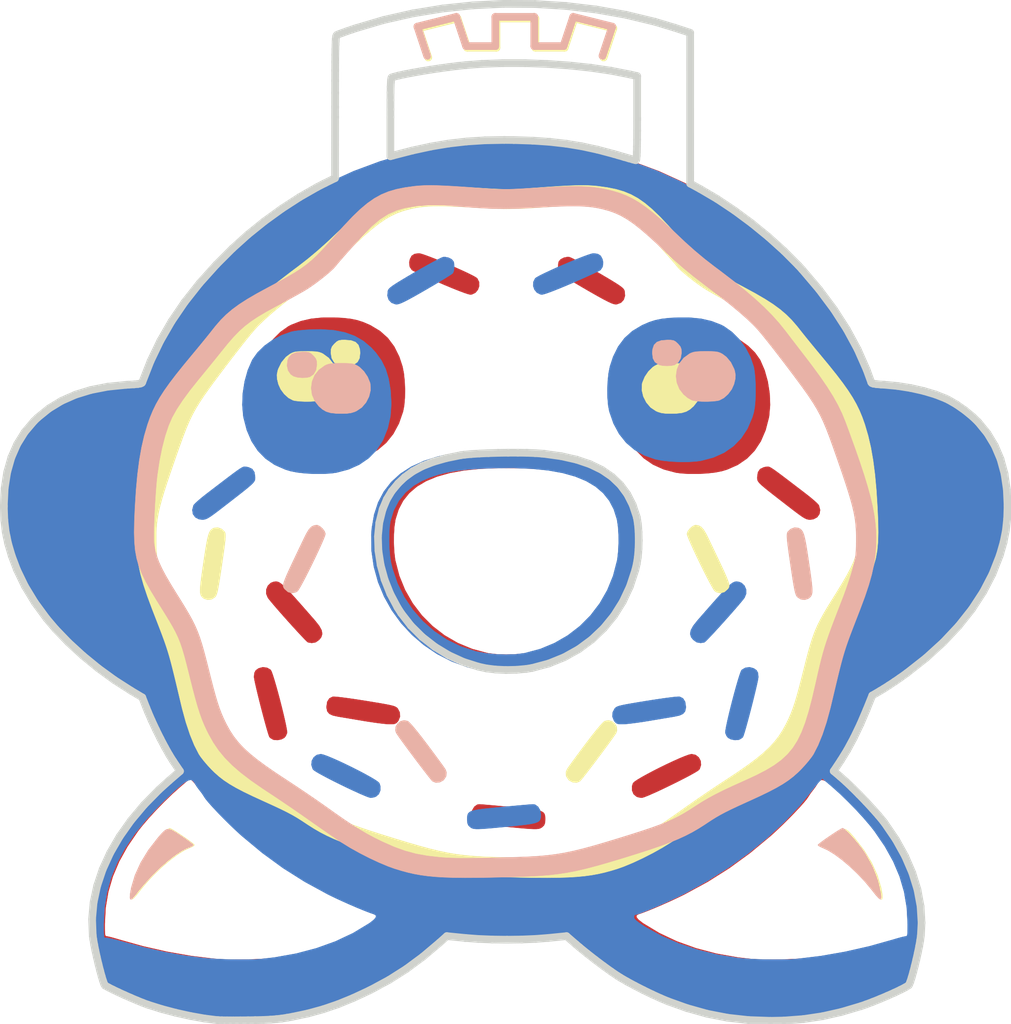
<source format=kicad_pcb>
(kicad_pcb (version 4) (host pcbnew 4.0.6-e0-6349~53~ubuntu16.04.1)
  (layers (0 F.Cu signal) (31 B.Cu signal) (34 B.Paste user) (35 F.Paste user) (36 B.SilkS user) (37 F.SilkS user) (38 B.Mask user) (39 F.Mask user) (44 Edge.Cuts user))
  (net 0 "")
  (module kingdonut-tiny (layer B.Cu) (at 46.482 44.45 180)
    (fp_text reference G*** hide)
    (fp_text value kingdonut-tiny hide)
    (fp_poly (pts (xy 0.375262 8.985601) (xy 0.63506 8.978938) (xy 0.863932 8.967771) (xy 1.049558 8.952014) (xy 1.058334 8.951005) (xy 1.832532 8.835796) (xy 2.575774 8.674562) (xy 3.290923 8.466468) (xy 3.980841 8.210682) (xy 4.648392 7.906367) (xy 4.655604 7.902755) (xy 5.330617 7.533171) (xy 5.972568 7.118101) (xy 6.580036 6.658801) (xy 7.151601 6.156528) (xy 7.685841 5.612539) (xy 8.181334 5.02809) (xy 8.636661 4.404438) (xy 8.672513 4.351087) (xy 8.825362 4.104369) (xy 8.983021 3.817671) (xy 9.138202 3.506148) (xy 9.283621 3.184952) (xy 9.411989 2.869237) (xy 9.492467 2.645834) (xy 9.507523 2.622639) (xy 9.540934 2.607957) (xy 9.603447 2.599952) (xy 9.705811 2.596787) (xy 9.781548 2.596445) (xy 10.157288 2.576339) (xy 10.541386 2.518415) (xy 10.920183 2.426267) (xy 11.280019 2.303485) (xy 11.607237 2.153661) (xy 11.731445 2.083662) (xy 11.934437 1.944789) (xy 12.139113 1.774944) (xy 12.323684 1.593067) (xy 12.407914 1.495782) (xy 12.615491 1.194569) (xy 12.781752 0.860021) (xy 12.906478 0.497487) (xy 12.989455 0.112319) (xy 13.030465 -0.290134) (xy 13.029294 -0.70452) (xy 12.985723 -1.12549) (xy 12.899539 -1.547692) (xy 12.770523 -1.965775) (xy 12.598461 -2.37439) (xy 12.566878 -2.438619) (xy 12.316789 -2.87915) (xy 12.013687 -3.311958) (xy 11.66083 -3.733754) (xy 11.261475 -4.141249) (xy 10.818879 -4.531156) (xy 10.336299 -4.900185) (xy 9.816994 -5.245048) (xy 9.741325 -5.291347) (xy 9.506094 -5.433809) (xy 9.371773 -5.77196) (xy 9.179163 -6.226482) (xy 8.982994 -6.628534) (xy 8.781286 -6.98207) (xy 8.707478 -7.097402) (xy 8.629802 -7.217518) (xy 8.565805 -7.321249) (xy 8.520904 -7.399444) (xy 8.500513 -7.44295) (xy 8.500038 -7.448024) (xy 8.524622 -7.475425) (xy 8.582285 -7.528437) (xy 8.66218 -7.597228) (xy 8.692445 -7.622434) (xy 9.089796 -7.978281) (xy 9.464766 -8.368743) (xy 9.80489 -8.780124) (xy 10.023285 -9.084683) (xy 10.247969 -9.447147) (xy 10.428923 -9.80257) (xy 10.573683 -10.167532) (xy 10.685272 -10.541) (xy 10.714222 -10.657413) (xy 10.735267 -10.756956) (xy 10.749672 -10.852644) (xy 10.758697 -10.957487) (xy 10.763607 -11.084501) (xy 10.765664 -11.246697) (xy 10.766064 -11.373555) (xy 10.766778 -11.895666) (xy 10.6296 -12.433044) (xy 10.492422 -12.970423) (xy 10.305044 -13.072414) (xy 9.940147 -13.251309) (xy 9.531391 -13.41643) (xy 9.090447 -13.564121) (xy 8.628986 -13.690729) (xy 8.15868 -13.792596) (xy 7.831667 -13.84705) (xy 7.631821 -13.869253) (xy 7.392472 -13.884979) (xy 7.127678 -13.894219) (xy 6.851496 -13.896966) (xy 6.577983 -13.893213) (xy 6.321197 -13.882951) (xy 6.095196 -13.866173) (xy 5.946276 -13.848094) (xy 5.609535 -13.788238) (xy 5.263172 -13.710975) (xy 4.917301 -13.619511) (xy 4.58204 -13.517049) (xy 4.267504 -13.406795) (xy 3.98381 -13.291951) (xy 3.741074 -13.175724) (xy 3.634356 -13.115778) (xy 3.564864 -13.07457) (xy 3.462633 -13.014501) (xy 3.343759 -12.945011) (xy 3.267467 -12.900586) (xy 3.130034 -12.818733) (xy 2.98382 -12.728495) (xy 2.852479 -12.644576) (xy 2.804396 -12.612702) (xy 2.696422 -12.541329) (xy 2.592028 -12.474714) (xy 2.510585 -12.425167) (xy 2.49796 -12.417942) (xy 2.407169 -12.359523) (xy 2.282897 -12.268591) (xy 2.132878 -12.151199) (xy 1.964845 -12.0134) (xy 1.786532 -11.861247) (xy 1.784454 -11.85944) (xy 1.579241 -11.680882) (xy 1.191787 -11.730959) (xy 0.977553 -11.752469) (xy 0.719926 -11.768329) (xy 0.431675 -11.778541) (xy 0.125567 -11.783104) (xy -0.18563 -11.782018) (xy -0.489146 -11.775285) (xy -0.772214 -11.762905) (xy -1.022065 -11.744877) (xy -1.154473 -11.730891) (xy -1.561057 -11.680919) (xy -1.676584 -11.792553) (xy -1.742674 -11.852796) (xy -1.834354 -11.931513) (xy -1.942926 -12.021771) (xy -2.059694 -12.116641) (xy -2.175959 -12.209194) (xy -2.283024 -12.292499) (xy -2.372193 -12.359625) (xy -2.434768 -12.403644) (xy -2.461253 -12.417777) (xy -2.493504 -12.432653) (xy -2.561383 -12.472842) (xy -2.653999 -12.531689) (xy -2.731582 -12.583013) (xy -3.203512 -12.883129) (xy -3.658811 -13.136789) (xy -4.106097 -13.348017) (xy -4.553988 -13.520839) (xy -5.0111 -13.659281) (xy -5.065888 -13.673496) (xy -5.674521 -13.804614) (xy -6.269195 -13.883301) (xy -6.855562 -13.910053) (xy -7.439274 -13.885367) (xy -7.45825 -13.883709) (xy -7.913085 -13.827898) (xy -8.376569 -13.742021) (xy -8.83745 -13.629395) (xy -9.284476 -13.493335) (xy -9.706395 -13.337156) (xy -10.091957 -13.164175) (xy -10.329333 -13.037663) (xy -10.386845 -13.002967) (xy -10.426811 -12.969481) (xy -10.456257 -12.924774) (xy -10.482211 -12.856417) (xy -10.511696 -12.75198) (xy -10.529779 -12.683037) (xy -10.564074 -12.557714) (xy -10.597132 -12.447589) (xy -10.624289 -12.367702) (xy -10.636312 -12.339585) (xy -10.653069 -12.2878) (xy -10.673649 -12.193727) (xy -10.69534 -12.071146) (xy -10.71387 -11.945603) (xy -10.737039 -11.701779) (xy -10.745888 -11.43753) (xy -10.745612 -11.422944) (xy -10.469885 -11.422944) (xy -10.46941 -11.560899) (xy -10.466349 -11.652006) (xy -10.459121 -11.705852) (xy -10.446142 -11.732024) (xy -10.425829 -11.74011) (xy -10.417471 -11.740444) (xy -10.369113 -11.748505) (xy -10.281216 -11.770231) (xy -10.167954 -11.801939) (xy -10.08586 -11.826647) (xy -9.472149 -11.998693) (xy -8.841283 -12.14176) (xy -8.211392 -12.252262) (xy -7.60061 -12.326613) (xy -7.52296 -12.333486) (xy -7.355704 -12.342866) (xy -7.148015 -12.347265) (xy -6.915654 -12.346999) (xy -6.674383 -12.342383) (xy -6.439965 -12.333735) (xy -6.228161 -12.321368) (xy -6.054733 -12.305599) (xy -6.039555 -12.303779) (xy -5.50669 -12.216645) (xy -4.99267 -12.090137) (xy -4.504614 -11.92668) (xy -4.049644 -11.7287) (xy -3.634881 -11.498622) (xy -3.587254 -11.468394) (xy -3.466147 -11.387523) (xy -3.387667 -11.327234) (xy -3.344789 -11.281268) (xy -3.330487 -11.243364) (xy -3.330357 -11.2395) (xy -3.33079 -11.237755) (xy 3.394972 -11.237755) (xy 3.44398 -11.300807) (xy 3.544991 -11.381946) (xy 3.577309 -11.404436) (xy 3.994814 -11.656367) (xy 4.453168 -11.871997) (xy 4.949122 -12.050256) (xy 5.479426 -12.190075) (xy 6.040829 -12.290382) (xy 6.392334 -12.331259) (xy 6.561101 -12.341877) (xy 6.771625 -12.347037) (xy 7.009505 -12.346993) (xy 7.260344 -12.341999) (xy 7.509744 -12.332311) (xy 7.743304 -12.318183) (xy 7.902223 -12.304546) (xy 8.382004 -12.242737) (xy 8.89537 -12.150939) (xy 9.429778 -12.031693) (xy 9.972686 -11.887542) (xy 10.00316 -11.878763) (xy 10.147228 -11.838951) (xy 10.274979 -11.807122) (xy 10.375245 -11.785801) (xy 10.436857 -11.777513) (xy 10.44766 -11.778266) (xy 10.468315 -11.779808) (xy 10.482507 -11.766068) (xy 10.491439 -11.728549) (xy 10.496308 -11.658752) (xy 10.498315 -11.54818) (xy 10.498667 -11.416943) (xy 10.477499 -10.999632) (xy 10.412884 -10.597111) (xy 10.303152 -10.205992) (xy 10.146634 -9.82289) (xy 9.941662 -9.444417) (xy 9.686568 -9.067185) (xy 9.379681 -8.687808) (xy 9.019334 -8.302899) (xy 8.912413 -8.197347) (xy 8.72667 -8.01891) (xy 8.575162 -7.879204) (xy 8.453484 -7.775814) (xy 8.357231 -7.706323) (xy 8.282 -7.668316) (xy 8.223388 -7.659377) (xy 8.176988 -7.677091) (xy 8.138399 -7.719041) (xy 8.114605 -7.759728) (xy 8.068551 -7.834552) (xy 8.007888 -7.916808) (xy 7.996651 -7.930466) (xy 7.934907 -8.011002) (xy 7.882351 -8.091074) (xy 7.875682 -8.102879) (xy 7.830784 -8.167278) (xy 7.751284 -8.262677) (xy 7.644129 -8.381872) (xy 7.516267 -8.517659) (xy 7.374648 -8.662835) (xy 7.226218 -8.810196) (xy 7.077927 -8.952538) (xy 6.936722 -9.082659) (xy 6.893688 -9.120962) (xy 6.360316 -9.564039) (xy 5.818161 -9.959277) (xy 5.254685 -10.31516) (xy 4.657351 -10.640167) (xy 4.621287 -10.658307) (xy 4.451668 -10.740645) (xy 4.262564 -10.828083) (xy 4.065869 -10.915519) (xy 3.873474 -10.997855) (xy 3.697274 -11.069989) (xy 3.549161 -11.126821) (xy 3.450167 -11.160531) (xy 3.397268 -11.191444) (xy 3.394972 -11.237755) (xy -3.33079 -11.237755) (xy -3.342666 -11.189972) (xy -3.363244 -11.176) (xy -3.414759 -11.16438) (xy -3.508761 -11.131924) (xy -3.636854 -11.082237) (xy -3.790647 -11.018926) (xy -3.961746 -10.945596) (xy -4.141758 -10.865852) (xy -4.322291 -10.783301) (xy -4.494952 -10.701547) (xy -4.651347 -10.624197) (xy -4.670777 -10.614278) (xy -5.243079 -10.29828) (xy -5.793871 -9.949325) (xy -6.317342 -9.572154) (xy -6.807682 -9.171509) (xy -7.259081 -8.752131) (xy -7.665726 -8.318762) (xy -8.015111 -7.885203) (xy -8.082286 -7.798836) (xy -8.147782 -7.721511) (xy -8.18012 -7.687206) (xy -8.246351 -7.622575) (xy -8.504676 -7.843609) (xy -8.704839 -8.023091) (xy -8.915712 -8.226656) (xy -9.125643 -8.442073) (xy -9.322981 -8.657114) (xy -9.496075 -8.859547) (xy -9.605474 -8.999093) (xy -9.876714 -9.396069) (xy -10.094456 -9.788115) (xy -10.260673 -10.180757) (xy -10.377334 -10.579521) (xy -10.44641 -10.989933) (xy -10.469872 -11.417519) (xy -10.469885 -11.422944) (xy -10.745612 -11.422944) (xy -10.74084 -11.17094) (xy -10.72232 -10.920093) (xy -10.69075 -10.703074) (xy -10.684017 -10.670395) (xy -10.559924 -10.226314) (xy -10.381651 -9.783304) (xy -10.15142 -9.344733) (xy -9.871448 -8.913969) (xy -9.543956 -8.494379) (xy -9.171163 -8.089329) (xy -8.755288 -7.702189) (xy -8.692444 -7.648503) (xy -8.601155 -7.569792) (xy -8.527525 -7.503378) (xy -8.481456 -7.458351) (xy -8.471129 -7.445301) (xy -8.482051 -7.413769) (xy -8.518815 -7.34503) (xy -8.575867 -7.248786) (xy -8.647653 -7.134738) (xy -8.658284 -7.118331) (xy -8.814322 -6.86612) (xy -8.957446 -6.607215) (xy -9.094998 -6.327209) (xy -9.234323 -6.011694) (xy -9.287274 -5.884333) (xy -9.350203 -5.732149) (xy -9.397993 -5.622831) (xy -9.436573 -5.546881) (xy -9.471874 -5.494801) (xy -9.509825 -5.457091) (xy -9.556355 -5.424254) (xy -9.585905 -5.405953) (xy -10.174328 -5.025137) (xy -10.707742 -4.63319) (xy -11.186562 -4.229659) (xy -11.611204 -3.814089) (xy -11.982085 -3.386027) (xy -12.29962 -2.945018) (xy -12.564225 -2.490607) (xy -12.776316 -2.02234) (xy -12.838644 -1.853872) (xy -12.955527 -1.450264) (xy -12.977759 -1.326444) (xy -9.494582 -1.326444) (xy -9.491384 -1.501711) (xy -9.480485 -1.669304) (xy -9.460123 -1.836007) (xy -9.428538 -2.008605) (xy -9.383969 -2.193883) (xy -9.324656 -2.398625) (xy -9.248838 -2.629616) (xy -9.154754 -2.893641) (xy -9.040644 -3.197484) (xy -8.944474 -3.446312) (xy -8.853382 -3.682026) (xy -8.77772 -3.884066) (xy -8.713996 -4.06407) (xy -8.65872 -4.233673) (xy -8.608399 -4.404512) (xy -8.559543 -4.588221) (xy -8.508659 -4.796438) (xy -8.452257 -5.040799) (xy -8.411182 -5.223629) (xy -8.314525 -5.633818) (xy -8.217152 -5.993085) (xy -8.115032 -6.306858) (xy -8.004135 -6.580561) (xy -7.880429 -6.819621) (xy -7.739885 -7.029463) (xy -7.57847 -7.215514) (xy -7.392155 -7.383199) (xy -7.176909 -7.537944) (xy -6.9287 -7.685175) (xy -6.643498 -7.830319) (xy -6.387295 -7.947999) (xy -6.066358 -8.093036) (xy -5.79219 -8.223157) (xy -5.55817 -8.34177) (xy -5.357679 -8.452285) (xy -5.184098 -8.55811) (xy -5.118869 -8.601138) (xy -4.950565 -8.711429) (xy -4.788592 -8.809412) (xy -4.625277 -8.898375) (xy -4.452945 -8.981605) (xy -4.263925 -9.062391) (xy -4.050541 -9.14402) (xy -3.805123 -9.229781) (xy -3.519995 -9.322962) (xy -3.203197 -9.422015) (xy -2.834345 -9.534607) (xy -2.510978 -9.630542) (xy -2.225116 -9.71126) (xy -1.968781 -9.7782) (xy -1.733992 -9.832802) (xy -1.51277 -9.876505) (xy -1.297135 -9.910748) (xy -1.079108 -9.936972) (xy -0.850709 -9.956615) (xy -0.603958 -9.971117) (xy -0.330875 -9.981917) (xy -0.056444 -9.989651) (xy 0.255532 -9.997265) (xy 0.517558 -10.003352) (xy 0.736104 -10.007913) (xy 0.917644 -10.010949) (xy 1.06865 -10.012459) (xy 1.195595 -10.012444) (xy 1.304951 -10.010904) (xy 1.403191 -10.007838) (xy 1.496787 -10.003248) (xy 1.592212 -9.997132) (xy 1.693334 -9.989691) (xy 2.016855 -9.956856) (xy 2.323354 -9.907518) (xy 2.619093 -9.838972) (xy 2.910337 -9.748516) (xy 3.203349 -9.633444) (xy 3.504393 -9.491053) (xy 3.819732 -9.318639) (xy 4.155631 -9.113498) (xy 4.518353 -8.872926) (xy 4.896556 -8.606895) (xy 5.057554 -8.493157) (xy 5.250212 -8.36035) (xy 5.45838 -8.21941) (xy 5.665908 -8.08127) (xy 5.856112 -7.95721) (xy 6.110196 -7.792097) (xy 6.32308 -7.649906) (xy 6.502305 -7.525088) (xy 6.65541 -7.412097) (xy 6.789936 -7.305387) (xy 6.913423 -7.199412) (xy 7.02153 -7.09991) (xy 7.283806 -6.821185) (xy 7.500643 -6.52231) (xy 7.631104 -6.293555) (xy 7.689937 -6.17587) (xy 7.741971 -6.062152) (xy 7.789843 -5.944369) (xy 7.836193 -5.814487) (xy 7.883659 -5.664471) (xy 7.93488 -5.486289) (xy 7.992494 -5.271906) (xy 8.05914 -5.01329) (xy 8.084576 -4.912868) (xy 8.156556 -4.629999) (xy 8.219229 -4.39267) (xy 8.27654 -4.191555) (xy 8.332436 -4.017328) (xy 8.390865 -3.860662) (xy 8.455772 -3.712232) (xy 8.531104 -3.562712) (xy 8.620809 -3.402776) (xy 8.728832 -3.223097) (xy 8.859121 -3.014349) (xy 8.946428 -2.876309) (xy 9.113019 -2.607272) (xy 9.247753 -2.371941) (xy 9.353521 -2.159541) (xy 9.433216 -1.9593) (xy 9.489731 -1.760442) (xy 9.525956 -1.552196) (xy 9.544786 -1.323786) (xy 9.549111 -1.064438) (xy 9.541825 -0.76338) (xy 9.538177 -0.672022) (xy 9.508501 -0.161782) (xy 9.464639 0.30773) (xy 9.407111 0.73216) (xy 9.336439 1.10715) (xy 9.313743 1.205272) (xy 9.259118 1.417781) (xy 9.201455 1.610792) (xy 9.137071 1.79061) (xy 9.062283 1.963538) (xy 8.973409 2.13588) (xy 8.866766 2.313938) (xy 8.738671 2.504015) (xy 8.585443 2.712417) (xy 8.403398 2.945445) (xy 8.188854 3.209403) (xy 8.03351 3.396616) (xy 7.905413 3.550869) (xy 7.78318 3.69948) (xy 7.673613 3.834068) (xy 7.583517 3.94625) (xy 7.519696 4.027646) (xy 7.5004 4.053309) (xy 7.375609 4.203338) (xy 7.215474 4.36491) (xy 7.035096 4.524242) (xy 6.849573 4.667549) (xy 6.762395 4.727073) (xy 6.667016 4.786022) (xy 6.53318 4.864553) (xy 6.372451 4.956098) (xy 6.196394 5.054087) (xy 6.016573 5.151954) (xy 5.976719 5.173317) (xy 5.721881 5.311037) (xy 5.508109 5.431474) (xy 5.326312 5.541853) (xy 5.167399 5.649401) (xy 5.022277 5.761342) (xy 4.881856 5.884905) (xy 4.737044 6.027313) (xy 4.578751 6.195793) (xy 4.397884 6.397572) (xy 4.308149 6.499516) (xy 4.068865 6.766338) (xy 3.854478 6.990497) (xy 3.658241 7.176069) (xy 3.473408 7.327133) (xy 3.293233 7.447767) (xy 3.110971 7.542048) (xy 2.919876 7.614053) (xy 2.713201 7.667862) (xy 2.4842 7.70755) (xy 2.26719 7.733207) (xy 2.172649 7.741674) (xy 2.079644 7.747415) (xy 1.98146 7.750181) (xy 1.871382 7.749724) (xy 1.742697 7.745794) (xy 1.588688 7.738143) (xy 1.402641 7.726522) (xy 1.177842 7.710682) (xy 0.907575 7.690374) (xy 0.719667 7.675853) (xy 0.527592 7.662735) (xy 0.341527 7.654313) (xy 0.151753 7.650694) (xy -0.051448 7.651985) (xy -0.277793 7.658293) (xy -0.537 7.669727) (xy -0.838788 7.686394) (xy -0.973666 7.694553) (xy -1.224257 7.709308) (xy -1.428698 7.719485) (xy -1.597091 7.725211) (xy -1.739533 7.726609) (xy -1.866126 7.723805) (xy -1.986969 7.716924) (xy -2.088444 7.708366) (xy -2.337235 7.679961) (xy -2.561809 7.641866) (xy -2.768606 7.59054) (xy -2.964063 7.52244) (xy -3.154619 7.434027) (xy -3.346711 7.321756) (xy -3.546779 7.182088) (xy -3.761259 7.011479) (xy -3.996591 6.806389) (xy -4.259213 6.563275) (xy -4.381147 6.44711) (xy -4.613992 6.230074) (xy -4.848043 6.023553) (xy -5.070505 5.838539) (xy -5.260107 5.692225) (xy -5.63601 5.411252) (xy -5.96622 5.15352) (xy -6.254737 4.915505) (xy -6.505563 4.693679) (xy -6.722696 4.484516) (xy -6.910139 4.28449) (xy -7.059148 4.106334) (xy -7.218686 3.902487) (xy -7.384306 3.688326) (xy -7.550463 3.47122) (xy -7.711615 3.258539) (xy -7.862217 3.057654) (xy -7.996726 2.875936) (xy -8.109598 2.720753) (xy -8.19529 2.599478) (xy -8.221214 2.561365) (xy -8.314221 2.418719) (xy -8.396476 2.283362) (xy -8.47169 2.147164) (xy -8.543574 2.001994) (xy -8.615841 1.839724) (xy -8.692201 1.652222) (xy -8.776367 1.431359) (xy -8.872048 1.169006) (xy -8.926693 1.016) (xy -9.053612 0.654842) (xy -9.160882 0.339728) (xy -9.250025 0.064379) (xy -9.322564 -0.177485) (xy -9.38002 -0.392143) (xy -9.423916 -0.585874) (xy -9.455774 -0.764957) (xy -9.477118 -0.935672) (xy -9.489468 -1.104299) (xy -9.494347 -1.277116) (xy -9.494582 -1.326444) (xy -12.977759 -1.326444) (xy -13.029543 -1.038046) (xy -13.061416 -0.623864) (xy -13.051869 -0.214358) (xy -13.001624 0.183829) (xy -12.911405 0.564053) (xy -12.781936 0.919674) (xy -12.613938 1.244047) (xy -12.479977 1.440864) (xy -12.236541 1.715296) (xy -11.950439 1.954812) (xy -11.624229 2.158272) (xy -11.26047 2.324537) (xy -10.861718 2.452467) (xy -10.430531 2.540921) (xy -9.969468 2.588759) (xy -9.896049 2.592442) (xy -9.476875 2.610556) (xy -9.366282 2.906889) (xy -9.146443 3.432668) (xy -8.884392 3.942817) (xy -8.577381 4.441413) (xy -8.222665 4.93253) (xy -7.817498 5.420245) (xy -7.359134 5.908633) (xy -7.311684 5.956251) (xy -7.026495 6.234341) (xy -6.761602 6.477451) (xy -6.504168 6.696296) (xy -6.241355 6.901592) (xy -5.960326 7.104054) (xy -5.827888 7.194802) (xy -5.202422 7.589188) (xy -4.566867 7.932392) (xy -3.916216 8.226273) (xy -3.245463 8.472692) (xy -2.549602 8.67351) (xy -1.823627 8.830587) (xy -1.143 8.935759) (xy -0.956385 8.954332) (xy -0.72677 8.968912) (xy -0.466478 8.979414) (xy -0.187828 8.985754) (xy 0.096859 8.987844) (xy 0.375262 8.985601)) (layer B.Cu) (width 0.01))
    (fp_poly (pts (xy -0.659587 -8.29991) (xy -0.567788 -8.307177) (xy -0.435797 -8.318437) (xy -0.271612 -8.332992) (xy -0.083231 -8.350146) (xy 0.121349 -8.3692) (xy 0.123365 -8.36939) (xy 0.37057 -8.393) (xy 0.567323 -8.413562) (xy 0.719382 -8.433177) (xy 0.832505 -8.453949) (xy 0.91245 -8.47798) (xy 0.964973 -8.507371) (xy 0.995833 -8.544226) (xy 1.010786 -8.590645) (xy 1.015592 -8.648732) (xy 1.016 -8.695315) (xy 1.010026 -8.786138) (xy 0.986183 -8.844245) (xy 0.941639 -8.887951) (xy 0.913357 -8.908322) (xy 0.882302 -8.923785) (xy 0.84223 -8.934245) (xy 0.786897 -8.93961) (xy 0.71006 -8.939783) (xy 0.605476 -8.93467) (xy 0.4669 -8.924177) (xy 0.288089 -8.908208) (xy 0.0628 -8.88667) (xy -0.08311 -8.872423) (xy -0.319112 -8.848753) (xy -0.50489 -8.827764) (xy -0.646444 -8.807166) (xy -0.749775 -8.784667) (xy -0.820884 -8.757975) (xy -0.865771 -8.724798) (xy -0.890437 -8.682845) (xy -0.900882 -8.629822) (xy -0.903108 -8.56344) (xy -0.903111 -8.559242) (xy -0.883388 -8.449386) (xy -0.830964 -8.361005) (xy -0.755952 -8.30735) (xy -0.703197 -8.297333) (xy -0.659587 -8.29991)) (layer B.Cu) (width 0.01))
    (fp_poly (pts (xy 4.940508 -7.010686) (xy 5.020269 -7.073313) (xy 5.068875 -7.162982) (xy 5.079865 -7.266505) (xy 5.04678 -7.370695) (xy 5.033568 -7.39151) (xy 4.994913 -7.422709) (xy 4.913005 -7.472867) (xy 4.796129 -7.537933) (xy 4.652574 -7.613854) (xy 4.490624 -7.696577) (xy 4.318568 -7.782049) (xy 4.14469 -7.866218) (xy 3.977279 -7.94503) (xy 3.82462 -8.014434) (xy 3.694999 -8.070377) (xy 3.596705 -8.108805) (xy 3.538022 -8.125666) (xy 3.53158 -8.12609) (xy 3.449057 -8.113144) (xy 3.396942 -8.094991) (xy 3.322167 -8.030002) (xy 3.28313 -7.933671) (xy 3.28373 -7.821265) (xy 3.307717 -7.745723) (xy 3.343765 -7.709915) (xy 3.423463 -7.655699) (xy 3.538673 -7.587108) (xy 3.681253 -7.508178) (xy 3.843064 -7.422942) (xy 4.015965 -7.335435) (xy 4.191817 -7.24969) (xy 4.36248 -7.169742) (xy 4.519812 -7.099624) (xy 4.655676 -7.043372) (xy 4.761929 -7.005019) (xy 4.830432 -6.9886) (xy 4.836051 -6.988289) (xy 4.940508 -7.010686)) (layer B.Cu) (width 0.01))
    (fp_poly (pts (xy -6.240008 -4.735529) (xy -6.149712 -4.786142) (xy -6.139155 -4.796869) (xy -6.116682 -4.84139) (xy -6.084202 -4.932116) (xy -6.044012 -5.060166) (xy -5.99841 -5.216657) (xy -5.949691 -5.392708) (xy -5.900153 -5.579437) (xy -5.852094 -5.767961) (xy -5.807809 -5.949399) (xy -5.769595 -6.114869) (xy -5.739751 -6.25549) (xy -5.720571 -6.362378) (xy -5.714355 -6.426653) (xy -5.715279 -6.43594) (xy -5.746694 -6.511911) (xy -5.783654 -6.559946) (xy -5.862091 -6.601637) (xy -5.964438 -6.621244) (xy -6.060924 -6.614117) (xy -6.082868 -6.606682) (xy -6.144979 -6.568963) (xy -6.172303 -6.543521) (xy -6.188789 -6.505004) (xy -6.215955 -6.420374) (xy -6.251529 -6.298458) (xy -6.293243 -6.148083) (xy -6.338827 -5.978076) (xy -6.38601 -5.797264) (xy -6.432523 -5.614473) (xy -6.476096 -5.438529) (xy -6.514458 -5.278261) (xy -6.545341 -5.142493) (xy -6.566473 -5.040054) (xy -6.575586 -4.979769) (xy -6.575777 -4.974566) (xy -6.565877 -4.871279) (xy -6.529503 -4.803368) (xy -6.456645 -4.752216) (xy -6.45604 -4.751903) (xy -6.349492 -4.723069) (xy -6.240008 -4.735529)) (layer B.Cu) (width 0.01))
    (fp_poly (pts (xy -4.475 -5.491308) (xy -4.379806 -5.499848) (xy -4.245017 -5.515831) (xy -4.078655 -5.538229) (xy -3.888742 -5.566015) (xy -3.683301 -5.598163) (xy -3.668888 -5.600494) (xy -3.439465 -5.637943) (xy -3.2592 -5.668261) (xy -3.121485 -5.693018) (xy -3.019708 -5.713783) (xy -2.94726 -5.732127) (xy -2.89753 -5.749619) (xy -2.863907 -5.767827) (xy -2.839781 -5.788322) (xy -2.829277 -5.799844) (xy -2.776335 -5.900882) (xy -2.771247 -6.014011) (xy -2.814287 -6.120959) (xy -2.82427 -6.134527) (xy -2.863041 -6.17607) (xy -2.907751 -6.197952) (xy -2.976595 -6.205729) (xy -3.057104 -6.205606) (xy -3.144692 -6.1997) (xy -3.273984 -6.185503) (xy -3.431143 -6.164792) (xy -3.602332 -6.139342) (xy -3.711222 -6.121664) (xy -3.886332 -6.092256) (xy -4.058023 -6.063479) (xy -4.211795 -6.037759) (xy -4.333148 -6.017523) (xy -4.384567 -6.00899) (xy -4.522746 -5.978222) (xy -4.613066 -5.935626) (xy -4.663929 -5.873944) (xy -4.683736 -5.785917) (xy -4.684888 -5.749501) (xy -4.665953 -5.622458) (xy -4.610509 -5.535147) (xy -4.522576 -5.491236) (xy -4.475 -5.491308)) (layer B.Cu) (width 0.01))
    (fp_poly (pts (xy 0.037426 0.927518) (xy 0.30242 0.923986) (xy 0.563911 0.917142) (xy 0.811136 0.907193) (xy 1.03333 0.894344) (xy 1.219729 0.878802) (xy 1.349647 0.862415) (xy 1.771813 0.774969) (xy 2.147251 0.656088) (xy 2.476402 0.505339) (xy 2.759708 0.322287) (xy 2.997611 0.106498) (xy 3.190552 -0.142462) (xy 3.338972 -0.425028) (xy 3.443312 -0.741634) (xy 3.504015 -1.092714) (xy 3.517609 -1.27) (xy 3.510827 -1.691993) (xy 3.451 -2.10363) (xy 3.341141 -2.501127) (xy 3.184266 -2.880698) (xy 2.983389 -3.23856) (xy 2.741525 -3.570928) (xy 2.461688 -3.874018) (xy 2.146894 -4.144044) (xy 1.800157 -4.377224) (xy 1.424491 -4.569772) (xy 1.022912 -4.717903) (xy 0.707717 -4.797337) (xy 0.463211 -4.83358) (xy 0.188581 -4.85164) (xy -0.095274 -4.851522) (xy -0.367455 -4.833236) (xy -0.606777 -4.796849) (xy -1.035532 -4.678972) (xy -1.438248 -4.512855) (xy -1.812017 -4.301746) (xy -2.153929 -4.048894) (xy -2.461075 -3.757548) (xy -2.730545 -3.430956) (xy -2.95943 -3.072367) (xy -3.144819 -2.685029) (xy -3.283804 -2.272191) (xy -3.373475 -1.837101) (xy -3.391955 -1.687184) (xy -3.400073 -1.487699) (xy -2.932174 -1.487699) (xy -2.921856 -1.70507) (xy -2.899763 -1.898272) (xy -2.892439 -1.940267) (xy -2.789283 -2.337885) (xy -2.637154 -2.711136) (xy -2.439494 -3.056596) (xy -2.199747 -3.370837) (xy -1.921354 -3.650435) (xy -1.60776 -3.891962) (xy -1.262408 -4.091994) (xy -0.888739 -4.247103) (xy -0.490198 -4.353864) (xy -0.461284 -4.359471) (xy -0.243123 -4.386675) (xy 0.008512 -4.395092) (xy 0.274159 -4.385527) (xy 0.534357 -4.358784) (xy 0.769646 -4.315668) (xy 0.804334 -4.307136) (xy 1.18685 -4.180635) (xy 1.54471 -4.005644) (xy 1.874182 -3.786098) (xy 2.171533 -3.525931) (xy 2.43303 -3.229077) (xy 2.654939 -2.899472) (xy 2.833529 -2.541048) (xy 2.965066 -2.157741) (xy 3.006173 -1.986527) (xy 3.03065 -1.827775) (xy 3.046518 -1.636821) (xy 3.053529 -1.431506) (xy 3.051437 -1.229672) (xy 3.039994 -1.04916) (xy 3.020988 -0.917222) (xy 2.934815 -0.63502) (xy 2.801732 -0.382909) (xy 2.624224 -0.164082) (xy 2.404776 0.018271) (xy 2.200906 0.135644) (xy 1.999741 0.223412) (xy 1.7895 0.295538) (xy 1.56238 0.353415) (xy 1.310581 0.398434) (xy 1.0263 0.431986) (xy 0.701737 0.455464) (xy 0.329091 0.470259) (xy 0.324556 0.470383) (xy -0.199199 0.473864) (xy -0.672574 0.454161) (xy -1.096904 0.410711) (xy -1.473521 0.34295) (xy -1.803761 0.250315) (xy -2.088957 0.132242) (xy -2.330444 -0.011834) (xy -2.529555 -0.182475) (xy -2.687624 -0.380246) (xy -2.805986 -0.60571) (xy -2.885975 -0.859431) (xy -2.892469 -0.889) (xy -2.917481 -1.059821) (xy -2.930716 -1.266002) (xy -2.932174 -1.487699) (xy -3.400073 -1.487699) (xy -3.406712 -1.324592) (xy -3.37629 -0.977382) (xy -3.302327 -0.651063) (xy -3.186464 -0.351144) (xy -3.030338 -0.083133) (xy -2.850444 0.132653) (xy -2.627901 0.328797) (xy -2.376899 0.494558) (xy -2.092986 0.631646) (xy -1.771707 0.741775) (xy -1.408609 0.826654) (xy -0.999238 0.887996) (xy -0.842291 0.904402) (xy -0.670929 0.916179) (xy -0.460013 0.92382) (xy -0.220306 0.927531) (xy 0.037426 0.927518)) (layer B.Cu) (width 0.01))
    (fp_poly (pts (xy -5.955543 -2.496322) (xy -5.912612 -2.516154) (xy -5.86138 -2.551865) (xy -5.798213 -2.606834) (xy -5.719475 -2.684436) (xy -5.621533 -2.788049) (xy -5.500752 -2.921047) (xy -5.353497 -3.086809) (xy -5.176134 -3.28871) (xy -4.985729 -3.506436) (xy -4.877241 -3.643651) (xy -4.815067 -3.757229) (xy -4.797793 -3.853664) (xy -4.824001 -3.939449) (xy -4.87674 -4.006193) (xy -4.967839 -4.071384) (xy -5.07127 -4.089445) (xy -5.169092 -4.073274) (xy -5.197905 -4.050035) (xy -5.257585 -3.990833) (xy -5.34208 -3.902398) (xy -5.445338 -3.791462) (xy -5.561306 -3.664758) (xy -5.683931 -3.529016) (xy -5.807162 -3.390967) (xy -5.924945 -3.257344) (xy -6.031229 -3.134878) (xy -6.11996 -3.030301) (xy -6.185087 -2.950343) (xy -6.215758 -2.909174) (xy -6.258135 -2.804032) (xy -6.255872 -2.695125) (xy -6.214169 -2.597193) (xy -6.138223 -2.524979) (xy -6.070877 -2.498347) (xy -6.031041 -2.490796) (xy -5.993808 -2.488995) (xy -5.955543 -2.496322)) (layer B.Cu) (width 0.01))
    (fp_poly (pts (xy 6.835622 0.505462) (xy 6.8637 0.497281) (xy 6.900849 0.478952) (xy 6.951517 0.447522) (xy 7.020152 0.400035) (xy 7.111202 0.333535) (xy 7.229116 0.245068) (xy 7.378341 0.131677) (xy 7.563327 -0.009592) (xy 7.788521 -0.181695) (xy 7.809286 -0.197555) (xy 7.926202 -0.289736) (xy 8.028007 -0.375403) (xy 8.105406 -0.446337) (xy 8.149101 -0.494319) (xy 8.153914 -0.502272) (xy 8.185517 -0.622379) (xy 8.168082 -0.72914) (xy 8.107711 -0.812675) (xy 8.010506 -0.863106) (xy 7.924672 -0.87343) (xy 7.879308 -0.870357) (xy 7.83434 -0.85924) (xy 7.782242 -0.835502) (xy 7.715487 -0.794563) (xy 7.626547 -0.731845) (xy 7.507897 -0.642769) (xy 7.366 -0.533582) (xy 7.153618 -0.369271) (xy 6.981548 -0.235628) (xy 6.845551 -0.128661) (xy 6.741388 -0.04438) (xy 6.66482 0.021204) (xy 6.611608 0.072083) (xy 6.577513 0.112248) (xy 6.558296 0.145688) (xy 6.549717 0.176394) (xy 6.547539 0.208357) (xy 6.547556 0.23689) (xy 6.565719 0.360981) (xy 6.622062 0.444513) (xy 6.719367 0.490895) (xy 6.761327 0.49868) (xy 6.788884 0.503207) (xy 6.812166 0.506452) (xy 6.835622 0.505462)) (layer B.Cu) (width 0.01))
    (fp_poly (pts (xy 5.037667 4.083822) (xy 5.220511 4.074133) (xy 5.388448 4.059059) (xy 5.526437 4.040187) (xy 5.602112 4.024258) (xy 5.854748 3.934841) (xy 6.092613 3.81024) (xy 6.305584 3.657802) (xy 6.483535 3.484876) (xy 6.616346 3.298809) (xy 6.626119 3.280957) (xy 6.738314 3.021677) (xy 6.819982 2.730132) (xy 6.86862 2.423053) (xy 6.881723 2.117172) (xy 6.856788 1.829219) (xy 6.849526 1.788154) (xy 6.76379 1.458492) (xy 6.639887 1.170409) (xy 6.477796 0.923881) (xy 6.277495 0.718883) (xy 6.038962 0.555391) (xy 5.762175 0.433381) (xy 5.625083 0.391989) (xy 5.447948 0.357069) (xy 5.234162 0.333205) (xy 5.002543 0.321002) (xy 4.771909 0.32107) (xy 4.561078 0.334017) (xy 4.423936 0.353171) (xy 4.10758 0.437227) (xy 3.828844 0.562078) (xy 3.588795 0.726963) (xy 3.388502 0.93112) (xy 3.229033 1.173789) (xy 3.204556 1.221891) (xy 3.089147 1.512058) (xy 3.020142 1.817859) (xy 2.996565 2.146048) (xy 3.017439 2.503379) (xy 3.018234 2.510276) (xy 3.066917 2.801108) (xy 3.143351 3.05181) (xy 3.252905 3.27407) (xy 3.400945 3.479576) (xy 3.52557 3.614947) (xy 3.7247 3.783377) (xy 3.949392 3.913279) (xy 4.204197 4.006065) (xy 4.493667 4.063145) (xy 4.822351 4.085932) (xy 5.037667 4.083822)) (layer B.Cu) (width 0.01))
    (fp_poly (pts (xy -4.241252 4.380868) (xy -4.050043 4.358844) (xy -3.884204 4.324357) (xy -3.728343 4.274043) (xy -3.567068 4.204538) (xy -3.533528 4.18839) (xy -3.29032 4.042249) (xy -3.08655 3.859482) (xy -2.920166 3.637438) (xy -2.789117 3.373468) (xy -2.705153 3.118556) (xy -2.670727 2.945189) (xy -2.648798 2.739388) (xy -2.639602 2.518707) (xy -2.64337 2.3007) (xy -2.660339 2.102921) (xy -2.689543 1.947334) (xy -2.798165 1.63389) (xy -2.944559 1.362058) (xy -3.128349 1.132228) (xy -3.349161 0.944791) (xy -3.60662 0.800136) (xy -3.885806 0.702433) (xy -4.062941 0.667514) (xy -4.276727 0.643649) (xy -4.508346 0.631447) (xy -4.73898 0.631515) (xy -4.949811 0.644462) (xy -5.086953 0.663616) (xy -5.404842 0.748322) (xy -5.684703 0.874642) (xy -5.926131 1.042204) (xy -6.128722 1.250638) (xy -6.292071 1.499572) (xy -6.415773 1.788634) (xy -6.455058 1.919111) (xy -6.480187 2.05468) (xy -6.49641 2.230024) (xy -6.503756 2.429184) (xy -6.502254 2.636204) (xy -6.491934 2.835125) (xy -6.472825 3.00999) (xy -6.45284 3.115359) (xy -6.366799 3.368552) (xy -6.238531 3.610356) (xy -6.076017 3.830515) (xy -5.887235 4.018775) (xy -5.680164 4.16488) (xy -5.606195 4.20352) (xy -5.355461 4.300842) (xy -5.081438 4.36375) (xy -4.775688 4.393661) (xy -4.473222 4.393795) (xy -4.241252 4.380868)) (layer B.Cu) (width 0.01))
    (fp_poly (pts (xy 1.647373 5.970845) (xy 1.694729 5.952283) (xy 1.783196 5.908762) (xy 1.905416 5.844249) (xy 2.054031 5.762711) (xy 2.221682 5.668113) (xy 2.398009 5.566181) (xy 2.597439 5.449046) (xy 2.753367 5.355976) (xy 2.871347 5.283118) (xy 2.956935 5.226617) (xy 3.015684 5.182621) (xy 3.053149 5.147276) (xy 3.074885 5.11673) (xy 3.085935 5.088958) (xy 3.097799 4.965699) (xy 3.064642 4.860285) (xy 2.993366 4.782974) (xy 2.890876 4.744022) (xy 2.851972 4.741334) (xy 2.808648 4.747855) (xy 2.746786 4.769204) (xy 2.661055 4.80806) (xy 2.546127 4.8671) (xy 2.396672 4.949003) (xy 2.207358 5.056449) (xy 2.088239 5.12513) (xy 1.911438 5.228351) (xy 1.749788 5.324399) (xy 1.610055 5.409118) (xy 1.499004 5.478357) (xy 1.423401 5.527959) (xy 1.390012 5.553772) (xy 1.389945 5.553858) (xy 1.366157 5.615071) (xy 1.355377 5.705471) (xy 1.35914 5.798976) (xy 1.372198 5.854847) (xy 1.420222 5.912209) (xy 1.502378 5.955094) (xy 1.59659 5.974195) (xy 1.647373 5.970845)) (layer B.Cu) (width 0.01))
    (fp_poly (pts (xy -2.218638 6.05646) (xy -2.121398 6.024972) (xy -1.991127 5.977013) (xy -1.83644 5.916282) (xy -1.665955 5.846477) (xy -1.48829 5.771298) (xy -1.312061 5.694443) (xy -1.145885 5.619611) (xy -0.998379 5.5505) (xy -0.878161 5.490811) (xy -0.793847 5.444241) (xy -0.754944 5.415631) (xy -0.708 5.321456) (xy -0.704233 5.218813) (xy -0.737533 5.121778) (xy -0.80179 5.044429) (xy -0.890892 5.000843) (xy -0.937106 4.995993) (xy -0.990908 5.007539) (xy -1.089678 5.040147) (xy -1.227056 5.09139) (xy -1.396684 5.158841) (xy -1.592203 5.240073) (xy -1.721555 5.295393) (xy -1.908009 5.37672) (xy -2.078956 5.452747) (xy -2.227033 5.520082) (xy -2.34488 5.575334) (xy -2.425136 5.615112) (xy -2.45985 5.635477) (xy -2.514658 5.719378) (xy -2.528024 5.82944) (xy -2.510768 5.915614) (xy -2.464109 6.004542) (xy -2.390281 6.052826) (xy -2.277932 6.067769) (xy -2.274229 6.067778) (xy -2.218638 6.05646)) (layer B.Cu) (width 0.01))
  )
  (module kingdonut-tiny (layer F.Cu) (at 46.482 44.45)
    (fp_text reference G*** hide)
    (fp_text value kingdonut-tiny hide)
    (fp_line (start 0.74947 -12.569866) (end 1.554047 -12.520459) (layer Edge.Cuts) (width 0.2))
    (fp_line (start 1.554047 -12.520459) (end 2.348505 -12.426766) (layer Edge.Cuts) (width 0.2))
    (fp_line (start 2.348505 -12.426766) (end 3.126383 -12.288778) (layer Edge.Cuts) (width 0.2))
    (fp_line (start 3.126383 -12.288778) (end 3.881223 -12.106481) (layer Edge.Cuts) (width 0.2))
    (fp_line (start 3.881223 -12.106481) (end 4.395668 -11.951448) (layer Edge.Cuts) (width 0.2))
    (fp_line (start 4.395668 -11.951448) (end 4.797778 -11.819601) (layer Edge.Cuts) (width 0.2))
    (fp_line (start 4.797778 -11.819601) (end 4.798304 -7.888111) (layer Edge.Cuts) (width 0.2))
    (fp_line (start 4.798304 -7.888111) (end 5.057603 -7.747) (layer Edge.Cuts) (width 0.2))
    (fp_line (start 5.057603 -7.747) (end 5.4996 -7.487398) (layer Edge.Cuts) (width 0.2))
    (fp_line (start 5.4996 -7.487398) (end 5.951664 -7.186203) (layer Edge.Cuts) (width 0.2))
    (fp_line (start 5.951664 -7.186203) (end 6.401431 -6.853173) (layer Edge.Cuts) (width 0.2))
    (fp_line (start 6.401431 -6.853173) (end 6.836537 -6.498067) (layer Edge.Cuts) (width 0.2))
    (fp_line (start 6.836537 -6.498067) (end 7.244617 -6.130643) (layer Edge.Cuts) (width 0.2))
    (fp_line (start 7.244617 -6.130643) (end 7.613307 -5.760661) (layer Edge.Cuts) (width 0.2))
    (fp_line (start 7.613307 -5.760661) (end 7.715886 -5.648957) (layer Edge.Cuts) (width 0.2))
    (fp_line (start 7.715886 -5.648957) (end 8.158279 -5.127866) (layer Edge.Cuts) (width 0.2))
    (fp_line (start 8.158279 -5.127866) (end 8.546131 -4.608617) (layer Edge.Cuts) (width 0.2))
    (fp_line (start 8.546131 -4.608617) (end 8.881155 -4.088416) (layer Edge.Cuts) (width 0.2))
    (fp_line (start 8.881155 -4.088416) (end 9.165062 -3.564468) (layer Edge.Cuts) (width 0.2))
    (fp_line (start 9.165062 -3.564468) (end 9.399566 -3.033978) (layer Edge.Cuts) (width 0.2))
    (fp_line (start 9.399566 -3.033978) (end 9.518832 -2.706727) (layer Edge.Cuts) (width 0.2))
    (fp_line (start 9.518832 -2.706727) (end 9.536318 -2.686015) (layer Edge.Cuts) (width 0.2))
    (fp_line (start 9.536318 -2.686015) (end 9.578691 -2.670516) (layer Edge.Cuts) (width 0.2))
    (fp_line (start 9.578691 -2.670516) (end 9.654878 -2.658561) (layer Edge.Cuts) (width 0.2))
    (fp_line (start 9.654878 -2.658561) (end 9.773807 -2.648478) (layer Edge.Cuts) (width 0.2))
    (fp_line (start 9.773807 -2.648478) (end 9.857955 -2.643281) (layer Edge.Cuts) (width 0.2))
    (fp_line (start 9.857955 -2.643281) (end 10.205718 -2.611237) (layer Edge.Cuts) (width 0.2))
    (fp_line (start 10.205718 -2.611237) (end 10.552447 -2.55639) (layer Edge.Cuts) (width 0.2))
    (fp_line (start 10.552447 -2.55639) (end 10.885435 -2.481717) (layer Edge.Cuts) (width 0.2))
    (fp_line (start 10.885435 -2.481717) (end 11.191976 -2.390194) (layer Edge.Cuts) (width 0.2))
    (fp_line (start 11.191976 -2.390194) (end 11.459363 -2.284799) (layer Edge.Cuts) (width 0.2))
    (fp_line (start 11.459363 -2.284799) (end 11.527779 -2.252059) (layer Edge.Cuts) (width 0.2))
    (fp_line (start 11.527779 -2.252059) (end 11.741457 -2.129244) (layer Edge.Cuts) (width 0.2))
    (fp_line (start 11.741457 -2.129244) (end 11.962057 -1.975264) (layer Edge.Cuts) (width 0.2))
    (fp_line (start 11.962057 -1.975264) (end 12.16773 -1.806414) (layer Edge.Cuts) (width 0.2))
    (fp_line (start 12.16773 -1.806414) (end 12.308614 -1.669687) (layer Edge.Cuts) (width 0.2))
    (fp_line (start 12.308614 -1.669687) (end 12.547919 -1.376524) (layer Edge.Cuts) (width 0.2))
    (fp_line (start 12.547919 -1.376524) (end 12.741585 -1.055987) (layer Edge.Cuts) (width 0.2))
    (fp_line (start 12.741585 -1.055987) (end 12.890348 -0.705981) (layer Edge.Cuts) (width 0.2))
    (fp_line (start 12.890348 -0.705981) (end 12.994945 -0.324409) (layer Edge.Cuts) (width 0.2))
    (fp_line (start 12.994945 -0.324409) (end 13.056114 0.090823) (layer Edge.Cuts) (width 0.2))
    (fp_line (start 13.056114 0.090823) (end 13.074672 0.508) (layer Edge.Cuts) (width 0.2))
    (fp_line (start 13.074672 0.508) (end 13.064452 0.848971) (layer Edge.Cuts) (width 0.2))
    (fp_line (start 13.064452 0.848971) (end 13.030754 1.159763) (layer Edge.Cuts) (width 0.2))
    (fp_line (start 13.030754 1.159763) (end 12.969978 1.463022) (layer Edge.Cuts) (width 0.2))
    (fp_line (start 12.969978 1.463022) (end 12.878525 1.781399) (layer Edge.Cuts) (width 0.2))
    (fp_line (start 12.878525 1.781399) (end 12.866372 1.818516) (layer Edge.Cuts) (width 0.2))
    (fp_line (start 12.866372 1.818516) (end 12.680155 2.292654) (layer Edge.Cuts) (width 0.2))
    (fp_line (start 12.680155 2.292654) (end 12.439253 2.756213) (layer Edge.Cuts) (width 0.2))
    (fp_line (start 12.439253 2.756213) (end 12.144636 3.208) (layer Edge.Cuts) (width 0.2))
    (fp_line (start 12.144636 3.208) (end 11.797279 3.646825) (layer Edge.Cuts) (width 0.2))
    (fp_line (start 11.797279 3.646825) (end 11.398152 4.071498) (layer Edge.Cuts) (width 0.2))
    (fp_line (start 11.398152 4.071498) (end 10.948228 4.480826) (layer Edge.Cuts) (width 0.2))
    (fp_line (start 10.948228 4.480826) (end 10.44848 4.873619) (layer Edge.Cuts) (width 0.2))
    (fp_line (start 10.44848 4.873619) (end 10.266165 5.004045) (layer Edge.Cuts) (width 0.2))
    (fp_line (start 10.266165 5.004045) (end 10.128012 5.098559) (layer Edge.Cuts) (width 0.2))
    (fp_line (start 10.128012 5.098559) (end 9.982883 5.1945) (layer Edge.Cuts) (width 0.2))
    (fp_line (start 9.982883 5.1945) (end 9.84905 5.279961) (layer Edge.Cuts) (width 0.2))
    (fp_line (start 9.84905 5.279961) (end 9.754319 5.33752) (layer Edge.Cuts) (width 0.2))
    (fp_line (start 9.754319 5.33752) (end 9.545531 5.459252) (layer Edge.Cuts) (width 0.2))
    (fp_line (start 9.545531 5.459252) (end 9.397455 5.827015) (layer Edge.Cuts) (width 0.2))
    (fp_line (start 9.397455 5.827015) (end 9.235506 6.205956) (layer Edge.Cuts) (width 0.2))
    (fp_line (start 9.235506 6.205956) (end 9.064827 6.561949) (layer Edge.Cuts) (width 0.2))
    (fp_line (start 9.064827 6.561949) (end 8.891068 6.883838) (layer Edge.Cuts) (width 0.2))
    (fp_line (start 8.891068 6.883838) (end 8.72789 7.148492) (layer Edge.Cuts) (width 0.2))
    (fp_line (start 8.72789 7.148492) (end 8.540112 7.430556) (layer Edge.Cuts) (width 0.2))
    (fp_line (start 8.540112 7.430556) (end 8.708001 7.572391) (layer Edge.Cuts) (width 0.2))
    (fp_line (start 8.708001 7.572391) (end 8.854825 7.702844) (layer Edge.Cuts) (width 0.2))
    (fp_line (start 8.854825 7.702844) (end 9.022822 7.862674) (layer Edge.Cuts) (width 0.2))
    (fp_line (start 9.022822 7.862674) (end 9.202 8.041436) (layer Edge.Cuts) (width 0.2))
    (fp_line (start 9.202 8.041436) (end 9.382369 8.228684) (layer Edge.Cuts) (width 0.2))
    (fp_line (start 9.382369 8.228684) (end 9.553939 8.413971) (layer Edge.Cuts) (width 0.2))
    (fp_line (start 9.553939 8.413971) (end 9.706718 8.586851) (layer Edge.Cuts) (width 0.2))
    (fp_line (start 9.706718 8.586851) (end 9.830717 8.736879) (layer Edge.Cuts) (width 0.2))
    (fp_line (start 9.830717 8.736879) (end 9.867372 8.784601) (layer Edge.Cuts) (width 0.2))
    (fp_line (start 9.867372 8.784601) (end 10.16053 9.214238) (layer Edge.Cuts) (width 0.2))
    (fp_line (start 10.16053 9.214238) (end 10.401646 9.648173) (layer Edge.Cuts) (width 0.2))
    (fp_line (start 10.401646 9.648173) (end 10.59005 10.084332) (layer Edge.Cuts) (width 0.2))
    (fp_line (start 10.59005 10.084332) (end 10.725072 10.520637) (layer Edge.Cuts) (width 0.2))
    (fp_line (start 10.725072 10.520637) (end 10.806041 10.955013) (layer Edge.Cuts) (width 0.2))
    (fp_line (start 10.806041 10.955013) (end 10.832287 11.385383) (layer Edge.Cuts) (width 0.2))
    (fp_line (start 10.832287 11.385383) (end 10.814348 11.716868) (layer Edge.Cuts) (width 0.2))
    (fp_line (start 10.814348 11.716868) (end 10.797259 11.841443) (layer Edge.Cuts) (width 0.2))
    (fp_line (start 10.797259 11.841443) (end 10.770484 11.992383) (layer Edge.Cuts) (width 0.2))
    (fp_line (start 10.770484 11.992383) (end 10.736353 12.160268) (layer Edge.Cuts) (width 0.2))
    (fp_line (start 10.736353 12.160268) (end 10.697198 12.335677) (layer Edge.Cuts) (width 0.2))
    (fp_line (start 10.697198 12.335677) (end 10.655348 12.50919) (layer Edge.Cuts) (width 0.2))
    (fp_line (start 10.655348 12.50919) (end 10.613135 12.671386) (layer Edge.Cuts) (width 0.2))
    (fp_line (start 10.613135 12.671386) (end 10.572891 12.812845) (layer Edge.Cuts) (width 0.2))
    (fp_line (start 10.572891 12.812845) (end 10.536945 12.924147) (layer Edge.Cuts) (width 0.2))
    (fp_line (start 10.536945 12.924147) (end 10.507629 12.99587) (layer Edge.Cuts) (width 0.2))
    (fp_line (start 10.507629 12.99587) (end 10.492584 13.017289) (layer Edge.Cuts) (width 0.2))
    (fp_line (start 10.492584 13.017289) (end 10.407055 13.068786) (layer Edge.Cuts) (width 0.2))
    (fp_line (start 10.407055 13.068786) (end 10.279187 13.134673) (layer Edge.Cuts) (width 0.2))
    (fp_line (start 10.279187 13.134673) (end 10.119751 13.210233) (layer Edge.Cuts) (width 0.2))
    (fp_line (start 10.119751 13.210233) (end 9.93952 13.290751) (layer Edge.Cuts) (width 0.2))
    (fp_line (start 9.93952 13.290751) (end 9.749266 13.37151) (layer Edge.Cuts) (width 0.2))
    (fp_line (start 9.749266 13.37151) (end 9.559762 13.447794) (layer Edge.Cuts) (width 0.2))
    (fp_line (start 9.559762 13.447794) (end 9.381779 13.514886) (layer Edge.Cuts) (width 0.2))
    (fp_line (start 9.381779 13.514886) (end 9.258509 13.557596) (layer Edge.Cuts) (width 0.2))
    (fp_line (start 9.258509 13.557596) (end 8.742492 13.710853) (layer Edge.Cuts) (width 0.2))
    (fp_line (start 8.742492 13.710853) (end 8.245536 13.823028) (layer Edge.Cuts) (width 0.2))
    (fp_line (start 8.245536 13.823028) (end 7.751066 13.896811) (layer Edge.Cuts) (width 0.2))
    (fp_line (start 7.751066 13.896811) (end 7.242508 13.934893) (layer Edge.Cuts) (width 0.2))
    (fp_line (start 7.242508 13.934893) (end 6.892339 13.941777) (layer Edge.Cuts) (width 0.2))
    (fp_line (start 6.892339 13.941777) (end 6.319468 13.92215) (layer Edge.Cuts) (width 0.2))
    (fp_line (start 6.319468 13.92215) (end 5.772857 13.861602) (layer Edge.Cuts) (width 0.2))
    (fp_line (start 5.772857 13.861602) (end 5.23936 13.757631) (layer Edge.Cuts) (width 0.2))
    (fp_line (start 5.23936 13.757631) (end 4.705831 13.607738) (layer Edge.Cuts) (width 0.2))
    (fp_line (start 4.705831 13.607738) (end 4.219223 13.433255) (layer Edge.Cuts) (width 0.2))
    (fp_line (start 4.219223 13.433255) (end 4.026711 13.352712) (layer Edge.Cuts) (width 0.2))
    (fp_line (start 4.026711 13.352712) (end 3.808673 13.253296) (layer Edge.Cuts) (width 0.2))
    (fp_line (start 3.808673 13.253296) (end 3.579533 13.142266) (layer Edge.Cuts) (width 0.2))
    (fp_line (start 3.579533 13.142266) (end 3.353718 13.026881) (layer Edge.Cuts) (width 0.2))
    (fp_line (start 3.353718 13.026881) (end 3.145655 12.9144) (layer Edge.Cuts) (width 0.2))
    (fp_line (start 3.145655 12.9144) (end 2.969769 12.812083) (layer Edge.Cuts) (width 0.2))
    (fp_line (start 2.969769 12.812083) (end 2.909435 12.774192) (layer Edge.Cuts) (width 0.2))
    (fp_line (start 2.909435 12.774192) (end 2.734888 12.656011) (layer Edge.Cuts) (width 0.2))
    (fp_line (start 2.734888 12.656011) (end 2.533225 12.510922) (layer Edge.Cuts) (width 0.2))
    (fp_line (start 2.533225 12.510922) (end 2.319063 12.35002) (layer Edge.Cuts) (width 0.2))
    (fp_line (start 2.319063 12.35002) (end 2.107025 12.184398) (layer Edge.Cuts) (width 0.2))
    (fp_line (start 2.107025 12.184398) (end 1.911728 12.025149) (layer Edge.Cuts) (width 0.2))
    (fp_line (start 1.911728 12.025149) (end 1.823803 11.95041) (layer Edge.Cuts) (width 0.2))
    (fp_line (start 1.823803 11.95041) (end 1.573271 11.733724) (layer Edge.Cuts) (width 0.2))
    (fp_line (start 1.573271 11.733724) (end 1.104136 11.780719) (layer Edge.Cuts) (width 0.2))
    (fp_line (start 1.104136 11.780719) (end 0.774255 11.806223) (layer Edge.Cuts) (width 0.2))
    (fp_line (start 0.774255 11.806223) (end 0.407208 11.821593) (layer Edge.Cuts) (width 0.2))
    (fp_line (start 0.407208 11.821593) (end 0.021359 11.82683) (layer Edge.Cuts) (width 0.2))
    (fp_line (start 0.021359 11.82683) (end -0.36493 11.821936) (layer Edge.Cuts) (width 0.2))
    (fp_line (start -0.36493 11.821936) (end -0.733299 11.806913) (layer Edge.Cuts) (width 0.2))
    (fp_line (start -0.733299 11.806913) (end -1.065384 11.781762) (layer Edge.Cuts) (width 0.2))
    (fp_line (start -1.065384 11.781762) (end -1.077562 11.780554) (layer Edge.Cuts) (width 0.2))
    (fp_line (start -1.077562 11.780554) (end -1.548346 11.733393) (layer Edge.Cuts) (width 0.2))
    (fp_line (start -1.548346 11.733393) (end -1.740784 11.90551) (layer Edge.Cuts) (width 0.2))
    (fp_line (start -1.740784 11.90551) (end -2.173705 12.270919) (layer Edge.Cuts) (width 0.2))
    (fp_line (start -2.173705 12.270919) (end -2.606155 12.590458) (layer Edge.Cuts) (width 0.2))
    (fp_line (start -2.606155 12.590458) (end -3.05123 12.873043) (layer Edge.Cuts) (width 0.2))
    (fp_line (start -3.05123 12.873043) (end -3.522026 13.127595) (layer Edge.Cuts) (width 0.2))
    (fp_line (start -3.522026 13.127595) (end -3.570111 13.151403) (layer Edge.Cuts) (width 0.2))
    (fp_line (start -3.570111 13.151403) (end -3.991191 13.347834) (layer Edge.Cuts) (width 0.2))
    (fp_line (start -3.991191 13.347834) (end -4.387544 13.509577) (layer Edge.Cuts) (width 0.2))
    (fp_line (start -4.387544 13.509577) (end -4.774502 13.641706) (layer Edge.Cuts) (width 0.2))
    (fp_line (start -4.774502 13.641706) (end -5.167396 13.749298) (layer Edge.Cuts) (width 0.2))
    (fp_line (start -5.167396 13.749298) (end -5.581558 13.83743) (layer Edge.Cuts) (width 0.2))
    (fp_line (start -5.581558 13.83743) (end -5.713458 13.861042) (layer Edge.Cuts) (width 0.2))
    (fp_line (start -5.713458 13.861042) (end -5.850901 13.882303) (layer Edge.Cuts) (width 0.2))
    (fp_line (start -5.850901 13.882303) (end -5.991597 13.898561) (layer Edge.Cuts) (width 0.2))
    (fp_line (start -5.991597 13.898561) (end -6.146821 13.910551) (layer Edge.Cuts) (width 0.2))
    (fp_line (start -6.146821 13.910551) (end -6.32785 13.919009) (layer Edge.Cuts) (width 0.2))
    (fp_line (start -6.32785 13.919009) (end -6.54596 13.92467) (layer Edge.Cuts) (width 0.2))
    (fp_line (start -6.54596 13.92467) (end -6.731 13.927413) (layer Edge.Cuts) (width 0.2))
    (fp_line (start -6.731 13.927413) (end -6.928903 13.929152) (layer Edge.Cuts) (width 0.2))
    (fp_line (start -6.928903 13.929152) (end -7.115 13.929752) (layer Edge.Cuts) (width 0.2))
    (fp_line (start -7.115 13.929752) (end -7.279531 13.929262) (layer Edge.Cuts) (width 0.2))
    (fp_line (start -7.279531 13.929262) (end -7.412736 13.927732) (layer Edge.Cuts) (width 0.2))
    (fp_line (start -7.412736 13.927732) (end -7.504853 13.925211) (layer Edge.Cuts) (width 0.2))
    (fp_line (start -7.504853 13.925211) (end -7.535333 13.92334) (layer Edge.Cuts) (width 0.2))
    (fp_line (start -7.535333 13.92334) (end -7.871749 13.88093) (layer Edge.Cuts) (width 0.2))
    (fp_line (start -7.871749 13.88093) (end -8.238842 13.815626) (layer Edge.Cuts) (width 0.2))
    (fp_line (start -8.238842 13.815626) (end -8.617771 13.731628) (layer Edge.Cuts) (width 0.2))
    (fp_line (start -8.617771 13.731628) (end -8.989696 13.633138) (layer Edge.Cuts) (width 0.2))
    (fp_line (start -8.989696 13.633138) (end -9.335777 13.524355) (layer Edge.Cuts) (width 0.2))
    (fp_line (start -9.335777 13.524355) (end -9.355666 13.517468) (layer Edge.Cuts) (width 0.2))
    (fp_line (start -9.355666 13.517468) (end -9.47668 13.472322) (layer Edge.Cuts) (width 0.2))
    (fp_line (start -9.47668 13.472322) (end -9.623796 13.412831) (layer Edge.Cuts) (width 0.2))
    (fp_line (start -9.623796 13.412831) (end -9.786215 13.34386) (layer Edge.Cuts) (width 0.2))
    (fp_line (start -9.786215 13.34386) (end -9.953137 13.270277) (layer Edge.Cuts) (width 0.2))
    (fp_line (start -9.953137 13.270277) (end -10.113763 13.196948) (layer Edge.Cuts) (width 0.2))
    (fp_line (start -10.113763 13.196948) (end -10.257294 13.128739) (layer Edge.Cuts) (width 0.2))
    (fp_line (start -10.257294 13.128739) (end -10.372931 13.070517) (layer Edge.Cuts) (width 0.2))
    (fp_line (start -10.372931 13.070517) (end -10.449874 13.027149) (layer Edge.Cuts) (width 0.2))
    (fp_line (start -10.449874 13.027149) (end -10.462519 13.018685) (layer Edge.Cuts) (width 0.2))
    (fp_line (start -10.462519 13.018685) (end -10.484252 12.980596) (layer Edge.Cuts) (width 0.2))
    (fp_line (start -10.484252 12.980596) (end -10.514461 12.89654) (layer Edge.Cuts) (width 0.2))
    (fp_line (start -10.514461 12.89654) (end -10.550834 12.775957) (layer Edge.Cuts) (width 0.2))
    (fp_line (start -10.550834 12.775957) (end -10.591058 12.628284) (layer Edge.Cuts) (width 0.2))
    (fp_line (start -10.591058 12.628284) (end -10.63282 12.462959) (layer Edge.Cuts) (width 0.2))
    (fp_line (start -10.63282 12.462959) (end -10.673808 12.28942) (layer Edge.Cuts) (width 0.2))
    (fp_line (start -10.673808 12.28942) (end -10.71171 12.117106) (layer Edge.Cuts) (width 0.2))
    (fp_line (start -10.71171 12.117106) (end -10.744212 11.955454) (layer Edge.Cuts) (width 0.2))
    (fp_line (start -10.744212 11.955454) (end -10.769002 11.813902) (layer Edge.Cuts) (width 0.2))
    (fp_line (start -10.769002 11.813902) (end -10.782795 11.711609) (layer Edge.Cuts) (width 0.2))
    (fp_line (start -10.782795 11.711609) (end -10.79893 11.287189) (layer Edge.Cuts) (width 0.2))
    (fp_line (start -10.79893 11.287189) (end -10.760298 10.857866) (layer Edge.Cuts) (width 0.2))
    (fp_line (start -10.760298 10.857866) (end -10.668097 10.426068) (layer Edge.Cuts) (width 0.2))
    (fp_line (start -10.668097 10.426068) (end -10.523528 9.994222) (layer Edge.Cuts) (width 0.2))
    (fp_line (start -10.523528 9.994222) (end -10.327788 9.564756) (layer Edge.Cuts) (width 0.2))
    (fp_line (start -10.327788 9.564756) (end -10.082078 9.140097) (layer Edge.Cuts) (width 0.2))
    (fp_line (start -10.082078 9.140097) (end -9.787595 8.722673) (layer Edge.Cuts) (width 0.2))
    (fp_line (start -9.787595 8.722673) (end -9.44554 8.314912) (layer Edge.Cuts) (width 0.2))
    (fp_line (start -9.44554 8.314912) (end -9.057112 7.919241) (layer Edge.Cuts) (width 0.2))
    (fp_line (start -9.057112 7.919241) (end -8.790657 7.678586) (layer Edge.Cuts) (width 0.2))
    (fp_line (start -8.790657 7.678586) (end -8.505915 7.432761) (layer Edge.Cuts) (width 0.2))
    (fp_line (start -8.505915 7.432761) (end -8.686007 7.166547) (layer Edge.Cuts) (width 0.2))
    (fp_line (start -8.686007 7.166547) (end -8.784829 7.009043) (layer Edge.Cuts) (width 0.2))
    (fp_line (start -8.784829 7.009043) (end -8.896649 6.811703) (layer Edge.Cuts) (width 0.2))
    (fp_line (start -8.896649 6.811703) (end -9.01487 6.587622) (layer Edge.Cuts) (width 0.2))
    (fp_line (start -9.01487 6.587622) (end -9.132891 6.349898) (layer Edge.Cuts) (width 0.2))
    (fp_line (start -9.132891 6.349898) (end -9.244115 6.111627) (layer Edge.Cuts) (width 0.2))
    (fp_line (start -9.244115 6.111627) (end -9.341943 5.885906) (layer Edge.Cuts) (width 0.2))
    (fp_line (start -9.341943 5.885906) (end -9.384013 5.781222) (layer Edge.Cuts) (width 0.2))
    (fp_line (start -9.384013 5.781222) (end -9.490038 5.508779) (layer Edge.Cuts) (width 0.2))
    (fp_line (start -9.490038 5.508779) (end -9.784519 5.333361) (layer Edge.Cuts) (width 0.2))
    (fp_line (start -9.784519 5.333361) (end -10.213959 5.058361) (layer Edge.Cuts) (width 0.2))
    (fp_line (start -10.213959 5.058361) (end -10.635946 4.751167) (layer Edge.Cuts) (width 0.2))
    (fp_line (start -10.635946 4.751167) (end -11.040364 4.420424) (layer Edge.Cuts) (width 0.2))
    (fp_line (start -11.040364 4.420424) (end -11.417097 4.074777) (layer Edge.Cuts) (width 0.2))
    (fp_line (start -11.417097 4.074777) (end -11.756029 3.722872) (layer Edge.Cuts) (width 0.2))
    (fp_line (start -11.756029 3.722872) (end -11.985074 3.452837) (layer Edge.Cuts) (width 0.2))
    (fp_line (start -11.985074 3.452837) (end -12.294053 3.031785) (layer Edge.Cuts) (width 0.2))
    (fp_line (start -12.294053 3.031785) (end -12.550579 2.609766) (layer Edge.Cuts) (width 0.2))
    (fp_line (start -12.550579 2.609766) (end -12.758356 2.180119) (layer Edge.Cuts) (width 0.2))
    (fp_line (start -12.758356 2.180119) (end -12.895372 1.816186) (layer Edge.Cuts) (width 0.2))
    (fp_line (start -12.895372 1.816186) (end -12.989386 1.496945) (layer Edge.Cuts) (width 0.2))
    (fp_line (start -12.989386 1.496945) (end -13.027453 1.313843) (layer Edge.Cuts) (width 0.2))
    (fp_line (start -3.345095 1.313843) (end -3.332674 1.683766) (layer Edge.Cuts) (width 0.2))
    (fp_line (start -3.332674 1.683766) (end -3.274286 2.06033) (layer Edge.Cuts) (width 0.2))
    (fp_line (start -3.274286 2.06033) (end -3.171157 2.436795) (layer Edge.Cuts) (width 0.2))
    (fp_line (start -3.171157 2.436795) (end -3.024511 2.80642) (layer Edge.Cuts) (width 0.2))
    (fp_line (start -3.024511 2.80642) (end -2.835574 3.162462) (layer Edge.Cuts) (width 0.2))
    (fp_line (start -2.835574 3.162462) (end -2.737465 3.315887) (layer Edge.Cuts) (width 0.2))
    (fp_line (start -2.737465 3.315887) (end -2.485627 3.639351) (layer Edge.Cuts) (width 0.2))
    (fp_line (start -2.485627 3.639351) (end -2.19064 3.932391) (layer Edge.Cuts) (width 0.2))
    (fp_line (start -2.19064 3.932391) (end -1.859516 4.190467) (layer Edge.Cuts) (width 0.2))
    (fp_line (start -1.859516 4.190467) (end -1.499267 4.409036) (layer Edge.Cuts) (width 0.2))
    (fp_line (start -1.499267 4.409036) (end -1.116903 4.583558) (layer Edge.Cuts) (width 0.2))
    (fp_line (start -1.116903 4.583558) (end -0.719437 4.709493) (layer Edge.Cuts) (width 0.2))
    (fp_line (start -0.719437 4.709493) (end -0.519371 4.752435) (layer Edge.Cuts) (width 0.2))
    (fp_line (start -0.519371 4.752435) (end -0.277987 4.782848) (layer Edge.Cuts) (width 0.2))
    (fp_line (start -0.277987 4.782848) (end -0.007519 4.795036) (layer Edge.Cuts) (width 0.2))
    (fp_line (start -0.007519 4.795036) (end 0.269345 4.789217) (layer Edge.Cuts) (width 0.2))
    (fp_line (start 0.269345 4.789217) (end 0.529922 4.765608) (layer Edge.Cuts) (width 0.2))
    (fp_line (start 0.529922 4.765608) (end 0.679495 4.740892) (layer Edge.Cuts) (width 0.2))
    (fp_line (start 0.679495 4.740892) (end 1.110888 4.625363) (layer Edge.Cuts) (width 0.2))
    (fp_line (start 1.110888 4.625363) (end 1.515465 4.461519) (layer Edge.Cuts) (width 0.2))
    (fp_line (start 1.515465 4.461519) (end 1.89047 4.252108) (layer Edge.Cuts) (width 0.2))
    (fp_line (start 1.89047 4.252108) (end 2.233144 3.999878) (layer Edge.Cuts) (width 0.2))
    (fp_line (start 2.233144 3.999878) (end 2.540728 3.707576) (layer Edge.Cuts) (width 0.2))
    (fp_line (start 2.540728 3.707576) (end 2.810464 3.37795) (layer Edge.Cuts) (width 0.2))
    (fp_line (start 2.810464 3.37795) (end 3.039595 3.013745) (layer Edge.Cuts) (width 0.2))
    (fp_line (start 3.039595 3.013745) (end 3.225362 2.617711) (layer Edge.Cuts) (width 0.2))
    (fp_line (start 3.225362 2.617711) (end 3.365006 2.192594) (layer Edge.Cuts) (width 0.2))
    (fp_line (start 3.365006 2.192594) (end 3.404917 2.026244) (layer Edge.Cuts) (width 0.2))
    (fp_line (start 3.404917 2.026244) (end 3.433272 1.848548) (layer Edge.Cuts) (width 0.2))
    (fp_line (start 3.433272 1.848548) (end 3.450504 1.639815) (layer Edge.Cuts) (width 0.2))
    (fp_line (start 3.450504 1.639815) (end 3.456639 1.416743) (layer Edge.Cuts) (width 0.2))
    (fp_line (start 3.456639 1.416743) (end 3.451706 1.196027) (layer Edge.Cuts) (width 0.2))
    (fp_line (start 3.451706 1.196027) (end 3.435731 0.994363) (layer Edge.Cuts) (width 0.2))
    (fp_line (start 3.435731 0.994363) (end 3.408744 0.828447) (layer Edge.Cuts) (width 0.2))
    (fp_line (start 3.408744 0.828447) (end 3.402891 0.804333) (layer Edge.Cuts) (width 0.2))
    (fp_line (start 3.402891 0.804333) (end 3.299056 0.491206) (layer Edge.Cuts) (width 0.2))
    (fp_line (start 3.299056 0.491206) (end 3.157702 0.212962) (layer Edge.Cuts) (width 0.2))
    (fp_line (start 3.157702 0.212962) (end 2.977334 -0.031396) (layer Edge.Cuts) (width 0.2))
    (fp_line (start 2.977334 -0.031396) (end 2.756457 -0.242867) (layer Edge.Cuts) (width 0.2))
    (fp_line (start 2.756457 -0.242867) (end 2.493574 -0.422448) (layer Edge.Cuts) (width 0.2))
    (fp_line (start 2.493574 -0.422448) (end 2.187189 -0.571136) (layer Edge.Cuts) (width 0.2))
    (fp_line (start 2.187189 -0.571136) (end 1.835808 -0.689928) (layer Edge.Cuts) (width 0.2))
    (fp_line (start 1.835808 -0.689928) (end 1.437934 -0.779823) (layer Edge.Cuts) (width 0.2))
    (fp_line (start 1.437934 -0.779823) (end 0.992072 -0.841817) (layer Edge.Cuts) (width 0.2))
    (fp_line (start 0.992072 -0.841817) (end 0.9245 -0.848442) (layer Edge.Cuts) (width 0.2))
    (fp_line (start 0.9245 -0.848442) (end 0.752418 -0.860211) (layer Edge.Cuts) (width 0.2))
    (fp_line (start 0.752418 -0.860211) (end 0.542528 -0.867742) (layer Edge.Cuts) (width 0.2))
    (fp_line (start 0.542528 -0.867742) (end 0.305567 -0.871253) (layer Edge.Cuts) (width 0.2))
    (fp_line (start 0.305567 -0.871253) (end 0.052275 -0.870959) (layer Edge.Cuts) (width 0.2))
    (fp_line (start 0.052275 -0.870959) (end -0.206611 -0.867078) (layer Edge.Cuts) (width 0.2))
    (fp_line (start -0.206611 -0.867078) (end -0.460353 -0.859826) (layer Edge.Cuts) (width 0.2))
    (fp_line (start -0.460353 -0.859826) (end -0.698213 -0.84942) (layer Edge.Cuts) (width 0.2))
    (fp_line (start -0.698213 -0.84942) (end -0.909453 -0.836077) (layer Edge.Cuts) (width 0.2))
    (fp_line (start -0.909453 -0.836077) (end -1.083334 -0.820012) (layer Edge.Cuts) (width 0.2))
    (fp_line (start -1.083334 -0.820012) (end -1.185333 -0.805869) (layer Edge.Cuts) (width 0.2))
    (fp_line (start -1.185333 -0.805869) (end -1.565959 -0.728153) (layer Edge.Cuts) (width 0.2))
    (fp_line (start -1.565959 -0.728153) (end -1.897437 -0.63402) (layer Edge.Cuts) (width 0.2))
    (fp_line (start -1.897437 -0.63402) (end -2.185318 -0.520973) (layer Edge.Cuts) (width 0.2))
    (fp_line (start -2.185318 -0.520973) (end -2.435156 -0.386515) (layer Edge.Cuts) (width 0.2))
    (fp_line (start -2.435156 -0.386515) (end -2.652503 -0.22815) (layer Edge.Cuts) (width 0.2))
    (fp_line (start -2.652503 -0.22815) (end -2.816286 -0.07241) (layer Edge.Cuts) (width 0.2))
    (fp_line (start -2.816286 -0.07241) (end -2.985193 0.13134) (layer Edge.Cuts) (width 0.2))
    (fp_line (start -2.985193 0.13134) (end -3.114023 0.343929) (layer Edge.Cuts) (width 0.2))
    (fp_line (start -3.114023 0.343929) (end -3.215643 0.587067) (layer Edge.Cuts) (width 0.2))
    (fp_line (start -3.215643 0.587067) (end -3.227139 0.620889) (layer Edge.Cuts) (width 0.2))
    (fp_line (start -3.227139 0.620889) (end -3.310325 0.957304) (layer Edge.Cuts) (width 0.2))
    (fp_line (start -3.310325 0.957304) (end -3.345095 1.313843) (layer Edge.Cuts) (width 0.2))
    (fp_line (start -13.027453 1.313843) (end -13.052673 1.192538) (layer Edge.Cuts) (width 0.2))
    (fp_line (start -13.052673 1.192538) (end -13.08867 0.881096) (layer Edge.Cuts) (width 0.2))
    (fp_line (start -13.08867 0.881096) (end -13.100809 0.54075) (layer Edge.Cuts) (width 0.2))
    (fp_line (start -13.100809 0.54075) (end -13.100849 0.508) (layer Edge.Cuts) (width 0.2))
    (fp_line (start -13.100849 0.508) (end -13.078886 0.055251) (layer Edge.Cuts) (width 0.2))
    (fp_line (start -13.078886 0.055251) (end -13.013896 -0.361604) (layer Edge.Cuts) (width 0.2))
    (fp_line (start -13.013896 -0.361604) (end -12.905436 -0.74372) (layer Edge.Cuts) (width 0.2))
    (fp_line (start -12.905436 -0.74372) (end -12.753064 -1.092251) (layer Edge.Cuts) (width 0.2))
    (fp_line (start -12.753064 -1.092251) (end -12.556338 -1.408351) (layer Edge.Cuts) (width 0.2))
    (fp_line (start -12.556338 -1.408351) (end -12.314814 -1.693174) (layer Edge.Cuts) (width 0.2))
    (fp_line (start -12.314814 -1.693174) (end -12.222501 -1.783012) (layer Edge.Cuts) (width 0.2))
    (fp_line (start -12.222501 -1.783012) (end -11.926887 -2.022576) (layer Edge.Cuts) (width 0.2))
    (fp_line (start -11.926887 -2.022576) (end -11.598111 -2.222487) (layer Edge.Cuts) (width 0.2))
    (fp_line (start -11.598111 -2.222487) (end -11.234133 -2.383487) (layer Edge.Cuts) (width 0.2))
    (fp_line (start -11.234133 -2.383487) (end -10.832915 -2.506316) (layer Edge.Cuts) (width 0.2))
    (fp_line (start -10.832915 -2.506316) (end -10.392418 -2.591716) (layer Edge.Cuts) (width 0.2))
    (fp_line (start -10.392418 -2.591716) (end -9.910603 -2.640428) (layer Edge.Cuts) (width 0.2))
    (fp_line (start -9.910603 -2.640428) (end -9.854003 -2.64363) (layer Edge.Cuts) (width 0.2))
    (fp_line (start -9.854003 -2.64363) (end -9.702868 -2.652829) (layer Edge.Cuts) (width 0.2))
    (fp_line (start -9.702868 -2.652829) (end -9.599458 -2.662807) (layer Edge.Cuts) (width 0.2))
    (fp_line (start -9.599458 -2.662807) (end -9.535055 -2.675076) (layer Edge.Cuts) (width 0.2))
    (fp_line (start -9.535055 -2.675076) (end -9.500945 -2.691148) (layer Edge.Cuts) (width 0.2))
    (fp_line (start -9.500945 -2.691148) (end -9.489942 -2.706766) (layer Edge.Cuts) (width 0.2))
    (fp_line (start -9.489942 -2.706766) (end -9.274635 -3.256837) (layer Edge.Cuts) (width 0.2))
    (fp_line (start -9.274635 -3.256837) (end -9.020637 -3.785606) (layer Edge.Cuts) (width 0.2))
    (fp_line (start -9.020637 -3.785606) (end -8.72495 -4.297518) (layer Edge.Cuts) (width 0.2))
    (fp_line (start -8.72495 -4.297518) (end -8.384579 -4.79702) (layer Edge.Cuts) (width 0.2))
    (fp_line (start -8.384579 -4.79702) (end -7.996528 -5.288559) (layer Edge.Cuts) (width 0.2))
    (fp_line (start -7.996528 -5.288559) (end -7.557799 -5.776581) (layer Edge.Cuts) (width 0.2))
    (fp_line (start -7.557799 -5.776581) (end -7.13869 -6.195886) (layer Edge.Cuts) (width 0.2))
    (fp_line (start -7.13869 -6.195886) (end -6.739025 -6.555817) (layer Edge.Cuts) (width 0.2))
    (fp_line (start -6.739025 -6.555817) (end -6.306332 -6.904393) (layer Edge.Cuts) (width 0.2))
    (fp_line (start -6.306332 -6.904393) (end -5.853234 -7.232701) (layer Edge.Cuts) (width 0.2))
    (fp_line (start -5.853234 -7.232701) (end -5.392353 -7.531827) (layer Edge.Cuts) (width 0.2))
    (fp_line (start -5.392353 -7.531827) (end -4.936313 -7.792857) (layer Edge.Cuts) (width 0.2))
    (fp_line (start -4.936313 -7.792857) (end -4.722195 -7.902318) (layer Edge.Cuts) (width 0.2))
    (fp_line (start -4.722195 -7.902318) (end -4.463169 -8.029223) (layer Edge.Cuts) (width 0.2))
    (fp_line (start -4.463169 -8.029223) (end -4.461428 -9.621372) (layer Edge.Cuts) (width 0.2))
    (fp_line (start -3.019777 -9.621372) (end -3.019777 -8.601195) (layer Edge.Cuts) (width 0.2))
    (fp_line (start -3.019777 -8.601195) (end -2.956277 -8.618664) (layer Edge.Cuts) (width 0.2))
    (fp_line (start -2.956277 -8.618664) (end -2.440776 -8.751417) (layer Edge.Cuts) (width 0.2))
    (fp_line (start -2.440776 -8.751417) (end -1.957832 -8.855628) (layer Edge.Cuts) (width 0.2))
    (fp_line (start -1.957832 -8.855628) (end -1.492483 -8.933213) (layer Edge.Cuts) (width 0.2))
    (fp_line (start -1.492483 -8.933213) (end -1.029767 -8.986092) (layer Edge.Cuts) (width 0.2))
    (fp_line (start -1.029767 -8.986092) (end -0.554723 -9.016184) (layer Edge.Cuts) (width 0.2))
    (fp_line (start -0.554723 -9.016184) (end -0.05239 -9.025406) (layer Edge.Cuts) (width 0.2))
    (fp_line (start -0.05239 -9.025406) (end 0.197556 -9.023074) (layer Edge.Cuts) (width 0.2))
    (fp_line (start 0.197556 -9.023074) (end 0.690241 -9.007244) (layer Edge.Cuts) (width 0.2))
    (fp_line (start 0.690241 -9.007244) (end 1.141736 -8.976133) (layer Edge.Cuts) (width 0.2))
    (fp_line (start 1.141736 -8.976133) (end 1.565707 -8.927748) (layer Edge.Cuts) (width 0.2))
    (fp_line (start 1.565707 -8.927748) (end 1.975821 -8.860101) (layer Edge.Cuts) (width 0.2))
    (fp_line (start 1.975821 -8.860101) (end 2.385746 -8.771202) (layer Edge.Cuts) (width 0.2))
    (fp_line (start 2.385746 -8.771202) (end 2.809147 -8.659059) (layer Edge.Cuts) (width 0.2))
    (fp_line (start 2.809147 -8.659059) (end 2.921 -8.626478) (layer Edge.Cuts) (width 0.2))
    (fp_line (start 2.921 -8.626478) (end 3.068815 -8.583149) (layer Edge.Cuts) (width 0.2))
    (fp_line (start 3.068815 -8.583149) (end 3.198791 -8.545896) (layer Edge.Cuts) (width 0.2))
    (fp_line (start 3.198791 -8.545896) (end 3.300739 -8.517574) (layer Edge.Cuts) (width 0.2))
    (fp_line (start 3.300739 -8.517574) (end 3.364471 -8.501036) (layer Edge.Cuts) (width 0.2))
    (fp_line (start 3.364471 -8.501036) (end 3.379612 -8.497992) (layer Edge.Cuts) (width 0.2))
    (fp_line (start 3.379612 -8.497992) (end 3.38891 -8.508577) (layer Edge.Cuts) (width 0.2))
    (fp_line (start 3.38891 -8.508577) (end 3.396536 -8.544977) (layer Edge.Cuts) (width 0.2))
    (fp_line (start 3.396536 -8.544977) (end 3.402627 -8.611472) (layer Edge.Cuts) (width 0.2))
    (fp_line (start 3.402627 -8.611472) (end 3.40732 -8.712344) (layer Edge.Cuts) (width 0.2))
    (fp_line (start 3.40732 -8.712344) (end 3.410754 -8.851874) (layer Edge.Cuts) (width 0.2))
    (fp_line (start 3.410754 -8.851874) (end 3.413068 -9.034343) (layer Edge.Cuts) (width 0.2))
    (fp_line (start 3.413068 -9.034343) (end 3.414397 -9.264032) (layer Edge.Cuts) (width 0.2))
    (fp_line (start 3.414397 -9.264032) (end 3.414881 -9.545221) (layer Edge.Cuts) (width 0.2))
    (fp_line (start 3.414881 -9.545221) (end 3.414889 -9.593294) (layer Edge.Cuts) (width 0.2))
    (fp_line (start 3.414889 -9.593294) (end 3.414889 -10.691698) (layer Edge.Cuts) (width 0.2))
    (fp_line (start 3.414889 -10.691698) (end 3.224389 -10.73454) (layer Edge.Cuts) (width 0.2))
    (fp_line (start 3.224389 -10.73454) (end 2.736873 -10.830006) (layer Edge.Cuts) (width 0.2))
    (fp_line (start 2.736873 -10.830006) (end 2.207667 -10.907862) (layer Edge.Cuts) (width 0.2))
    (fp_line (start 2.207667 -10.907862) (end 1.648929 -10.967415) (layer Edge.Cuts) (width 0.2))
    (fp_line (start 1.648929 -10.967415) (end 1.072818 -11.00797) (layer Edge.Cuts) (width 0.2))
    (fp_line (start 1.072818 -11.00797) (end 0.491495 -11.028834) (layer Edge.Cuts) (width 0.2))
    (fp_line (start 0.491495 -11.028834) (end -0.082882 -11.029314) (layer Edge.Cuts) (width 0.2))
    (fp_line (start -0.082882 -11.029314) (end -0.638154 -11.008714) (layer Edge.Cuts) (width 0.2))
    (fp_line (start -0.638154 -11.008714) (end -1.044222 -10.978128) (layer Edge.Cuts) (width 0.2))
    (fp_line (start -1.044222 -10.978128) (end -1.260268 -10.955362) (layer Edge.Cuts) (width 0.2))
    (fp_line (start -1.260268 -10.955362) (end -1.495582 -10.926282) (layer Edge.Cuts) (width 0.2))
    (fp_line (start -1.495582 -10.926282) (end -1.741325 -10.892363) (layer Edge.Cuts) (width 0.2))
    (fp_line (start -1.741325 -10.892363) (end -1.988661 -10.855076) (layer Edge.Cuts) (width 0.2))
    (fp_line (start -1.988661 -10.855076) (end -2.228751 -10.815894) (layer Edge.Cuts) (width 0.2))
    (fp_line (start -2.228751 -10.815894) (end -2.452759 -10.776289) (layer Edge.Cuts) (width 0.2))
    (fp_line (start -2.452759 -10.776289) (end -2.651845 -10.737733) (layer Edge.Cuts) (width 0.2))
    (fp_line (start -2.651845 -10.737733) (end -2.817172 -10.7017) (layer Edge.Cuts) (width 0.2))
    (fp_line (start -2.817172 -10.7017) (end -2.939904 -10.669661) (layer Edge.Cuts) (width 0.2))
    (fp_line (start -2.939904 -10.669661) (end -2.9845 -10.654863) (layer Edge.Cuts) (width 0.2))
    (fp_line (start -2.9845 -10.654863) (end -2.994194 -10.638836) (layer Edge.Cuts) (width 0.2))
    (fp_line (start -2.994194 -10.638836) (end -3.002077 -10.595857) (layer Edge.Cuts) (width 0.2))
    (fp_line (start -3.002077 -10.595857) (end -3.008298 -10.521525) (layer Edge.Cuts) (width 0.2))
    (fp_line (start -3.008298 -10.521525) (end -3.013008 -10.411434) (layer Edge.Cuts) (width 0.2))
    (fp_line (start -3.013008 -10.411434) (end -3.016357 -10.261184) (layer Edge.Cuts) (width 0.2))
    (fp_line (start -3.016357 -10.261184) (end -3.018495 -10.066369) (layer Edge.Cuts) (width 0.2))
    (fp_line (start -3.018495 -10.066369) (end -3.019573 -9.822589) (layer Edge.Cuts) (width 0.2))
    (fp_line (start -3.019573 -9.822589) (end -3.019777 -9.621372) (layer Edge.Cuts) (width 0.2))
    (fp_line (start -4.461428 -9.621372) (end -4.46114 -9.883841) (layer Edge.Cuts) (width 0.2))
    (fp_line (start -4.46114 -9.883841) (end -4.460685 -10.252974) (layer Edge.Cuts) (width 0.2))
    (fp_line (start -4.460685 -10.252974) (end -4.460107 -10.569739) (layer Edge.Cuts) (width 0.2))
    (fp_line (start -4.460107 -10.569739) (end -4.459288 -10.838212) (layer Edge.Cuts) (width 0.2))
    (fp_line (start -4.459288 -10.838212) (end -4.458108 -11.062468) (layer Edge.Cuts) (width 0.2))
    (fp_line (start -4.458108 -11.062468) (end -4.456448 -11.246582) (layer Edge.Cuts) (width 0.2))
    (fp_line (start -4.456448 -11.246582) (end -4.454187 -11.394632) (layer Edge.Cuts) (width 0.2))
    (fp_line (start -4.454187 -11.394632) (end -4.451208 -11.510693) (layer Edge.Cuts) (width 0.2))
    (fp_line (start -4.451208 -11.510693) (end -4.44739 -11.598841) (layer Edge.Cuts) (width 0.2))
    (fp_line (start -4.44739 -11.598841) (end -4.442614 -11.663151) (layer Edge.Cuts) (width 0.2))
    (fp_line (start -4.442614 -11.663151) (end -4.436761 -11.7077) (layer Edge.Cuts) (width 0.2))
    (fp_line (start -4.436761 -11.7077) (end -4.429711 -11.736564) (layer Edge.Cuts) (width 0.2))
    (fp_line (start -4.429711 -11.736564) (end -4.421345 -11.753818) (layer Edge.Cuts) (width 0.2))
    (fp_line (start -4.421345 -11.753818) (end -4.411543 -11.763538) (layer Edge.Cuts) (width 0.2))
    (fp_line (start -4.411543 -11.763538) (end -4.405979 -11.766894) (layer Edge.Cuts) (width 0.2))
    (fp_line (start -4.405979 -11.766894) (end -4.361687 -11.785364) (layer Edge.Cuts) (width 0.2))
    (fp_line (start -4.361687 -11.785364) (end -4.274364 -11.817658) (layer Edge.Cuts) (width 0.2))
    (fp_line (start -4.274364 -11.817658) (end -4.154607 -11.86) (layer Edge.Cuts) (width 0.2))
    (fp_line (start -4.154607 -11.86) (end -4.013014 -11.908612) (layer Edge.Cuts) (width 0.2))
    (fp_line (start -4.013014 -11.908612) (end -3.928781 -11.936951) (layer Edge.Cuts) (width 0.2))
    (fp_line (start -3.928781 -11.936951) (end -3.199134 -12.153018) (layer Edge.Cuts) (width 0.2))
    (fp_line (start -3.199134 -12.153018) (end -2.440849 -12.324868) (layer Edge.Cuts) (width 0.2))
    (fp_line (start -2.440849 -12.324868) (end -1.660387 -12.452489) (layer Edge.Cuts) (width 0.2))
    (fp_line (start -1.660387 -12.452489) (end -0.864207 -12.53587) (layer Edge.Cuts) (width 0.2))
    (fp_line (start -0.864207 -12.53587) (end -0.058768 -12.574999) (layer Edge.Cuts) (width 0.2))
    (fp_line (start -0.058768 -12.574999) (end 0.74947 -12.569866) (layer Edge.Cuts) (width 0.2))
    (fp_poly (pts (xy 0.375262 -8.985601) (xy 0.63506 -8.978938) (xy 0.863932 -8.967771) (xy 1.049558 -8.952014) (xy 1.058334 -8.951005) (xy 1.832532 -8.835796) (xy 2.575774 -8.674562) (xy 3.290923 -8.466468) (xy 3.980841 -8.210682) (xy 4.648392 -7.906367) (xy 4.655604 -7.902755) (xy 5.330617 -7.533171) (xy 5.972568 -7.118101) (xy 6.580036 -6.658801) (xy 7.151601 -6.156528) (xy 7.685841 -5.612539) (xy 8.181334 -5.02809) (xy 8.636661 -4.404438) (xy 8.672513 -4.351087) (xy 8.825362 -4.104369) (xy 8.983021 -3.817671) (xy 9.138202 -3.506148) (xy 9.283621 -3.184952) (xy 9.411989 -2.869237) (xy 9.492467 -2.645834) (xy 9.507523 -2.622639) (xy 9.540934 -2.607957) (xy 9.603447 -2.599952) (xy 9.705811 -2.596787) (xy 9.781548 -2.596445) (xy 10.157288 -2.576339) (xy 10.541386 -2.518415) (xy 10.920183 -2.426267) (xy 11.280019 -2.303485) (xy 11.607237 -2.153661) (xy 11.731445 -2.083662) (xy 11.934437 -1.944789) (xy 12.139113 -1.774944) (xy 12.323684 -1.593067) (xy 12.407914 -1.495782) (xy 12.615491 -1.194569) (xy 12.781752 -0.860021) (xy 12.906478 -0.497487) (xy 12.989455 -0.112319) (xy 13.030465 0.290134) (xy 13.029294 0.70452) (xy 12.985723 1.12549) (xy 12.899539 1.547692) (xy 12.770523 1.965775) (xy 12.598461 2.37439) (xy 12.566878 2.438619) (xy 12.316789 2.87915) (xy 12.013687 3.311958) (xy 11.66083 3.733754) (xy 11.261475 4.141249) (xy 10.818879 4.531156) (xy 10.336299 4.900185) (xy 9.816994 5.245048) (xy 9.741325 5.291347) (xy 9.506094 5.433809) (xy 9.371773 5.77196) (xy 9.179163 6.226482) (xy 8.982994 6.628534) (xy 8.781286 6.98207) (xy 8.707478 7.097402) (xy 8.629802 7.217518) (xy 8.565805 7.321249) (xy 8.520904 7.399444) (xy 8.500513 7.44295) (xy 8.500038 7.448024) (xy 8.524622 7.475425) (xy 8.582285 7.528437) (xy 8.66218 7.597228) (xy 8.692445 7.622434) (xy 9.089796 7.978281) (xy 9.464766 8.368743) (xy 9.80489 8.780124) (xy 10.023285 9.084683) (xy 10.247969 9.447147) (xy 10.428923 9.80257) (xy 10.573683 10.167532) (xy 10.685272 10.541) (xy 10.714222 10.657413) (xy 10.735267 10.756956) (xy 10.749672 10.852644) (xy 10.758697 10.957487) (xy 10.763607 11.084501) (xy 10.765664 11.246697) (xy 10.766064 11.373555) (xy 10.766778 11.895666) (xy 10.6296 12.433044) (xy 10.492422 12.970423) (xy 10.305044 13.072414) (xy 9.940147 13.251309) (xy 9.531391 13.41643) (xy 9.090447 13.564121) (xy 8.628986 13.690729) (xy 8.15868 13.792596) (xy 7.831667 13.84705) (xy 7.631821 13.869253) (xy 7.392472 13.884979) (xy 7.127678 13.894219) (xy 6.851496 13.896966) (xy 6.577983 13.893213) (xy 6.321197 13.882951) (xy 6.095196 13.866173) (xy 5.946276 13.848094) (xy 5.609535 13.788238) (xy 5.263172 13.710975) (xy 4.917301 13.619511) (xy 4.58204 13.517049) (xy 4.267504 13.406795) (xy 3.98381 13.291951) (xy 3.741074 13.175724) (xy 3.634356 13.115778) (xy 3.564864 13.07457) (xy 3.462633 13.014501) (xy 3.343759 12.945011) (xy 3.267467 12.900586) (xy 3.130034 12.818733) (xy 2.98382 12.728495) (xy 2.852479 12.644576) (xy 2.804396 12.612702) (xy 2.696422 12.541329) (xy 2.592028 12.474714) (xy 2.510585 12.425167) (xy 2.49796 12.417942) (xy 2.407169 12.359523) (xy 2.282897 12.268591) (xy 2.132878 12.151199) (xy 1.964845 12.0134) (xy 1.786532 11.861247) (xy 1.784454 11.85944) (xy 1.579241 11.680882) (xy 1.191787 11.730959) (xy 0.977553 11.752469) (xy 0.719926 11.768329) (xy 0.431675 11.778541) (xy 0.125567 11.783104) (xy -0.18563 11.782018) (xy -0.489146 11.775285) (xy -0.772214 11.762905) (xy -1.022065 11.744877) (xy -1.154473 11.730891) (xy -1.561057 11.680919) (xy -1.676584 11.792553) (xy -1.742674 11.852796) (xy -1.834354 11.931513) (xy -1.942926 12.021771) (xy -2.059694 12.116641) (xy -2.175959 12.209194) (xy -2.283024 12.292499) (xy -2.372193 12.359625) (xy -2.434768 12.403644) (xy -2.461253 12.417777) (xy -2.493504 12.432653) (xy -2.561383 12.472842) (xy -2.653999 12.531689) (xy -2.731582 12.583013) (xy -3.203512 12.883129) (xy -3.658811 13.136789) (xy -4.106097 13.348017) (xy -4.553988 13.520839) (xy -5.0111 13.659281) (xy -5.065888 13.673496) (xy -5.674521 13.804614) (xy -6.269195 13.883301) (xy -6.855562 13.910053) (xy -7.439274 13.885367) (xy -7.45825 13.883709) (xy -7.913085 13.827898) (xy -8.376569 13.742021) (xy -8.83745 13.629395) (xy -9.284476 13.493335) (xy -9.706395 13.337156) (xy -10.091957 13.164175) (xy -10.329333 13.037663) (xy -10.386845 13.002967) (xy -10.426811 12.969481) (xy -10.456257 12.924774) (xy -10.482211 12.856417) (xy -10.511696 12.75198) (xy -10.529779 12.683037) (xy -10.564074 12.557714) (xy -10.597132 12.447589) (xy -10.624289 12.367702) (xy -10.636312 12.339585) (xy -10.653069 12.2878) (xy -10.673649 12.193727) (xy -10.69534 12.071146) (xy -10.71387 11.945603) (xy -10.737039 11.701779) (xy -10.745888 11.43753) (xy -10.745612 11.422944) (xy -10.469885 11.422944) (xy -10.46941 11.560899) (xy -10.466349 11.652006) (xy -10.459121 11.705852) (xy -10.446142 11.732024) (xy -10.425829 11.74011) (xy -10.417471 11.740444) (xy -10.369113 11.748505) (xy -10.281216 11.770231) (xy -10.167954 11.801939) (xy -10.08586 11.826647) (xy -9.472149 11.998693) (xy -8.841283 12.14176) (xy -8.211392 12.252262) (xy -7.60061 12.326613) (xy -7.52296 12.333486) (xy -7.355704 12.342866) (xy -7.148015 12.347265) (xy -6.915654 12.346999) (xy -6.674383 12.342383) (xy -6.439965 12.333735) (xy -6.228161 12.321368) (xy -6.054733 12.305599) (xy -6.039555 12.303779) (xy -5.50669 12.216645) (xy -4.99267 12.090137) (xy -4.504614 11.92668) (xy -4.049644 11.7287) (xy -3.634881 11.498622) (xy -3.587254 11.468394) (xy -3.466147 11.387523) (xy -3.387667 11.327234) (xy -3.344789 11.281268) (xy -3.330487 11.243364) (xy -3.330357 11.2395) (xy -3.33079 11.237755) (xy 3.394972 11.237755) (xy 3.44398 11.300807) (xy 3.544991 11.381946) (xy 3.577309 11.404436) (xy 3.994814 11.656367) (xy 4.453168 11.871997) (xy 4.949122 12.050256) (xy 5.479426 12.190075) (xy 6.040829 12.290382) (xy 6.392334 12.331259) (xy 6.561101 12.341877) (xy 6.771625 12.347037) (xy 7.009505 12.346993) (xy 7.260344 12.341999) (xy 7.509744 12.332311) (xy 7.743304 12.318183) (xy 7.902223 12.304546) (xy 8.382004 12.242737) (xy 8.89537 12.150939) (xy 9.429778 12.031693) (xy 9.972686 11.887542) (xy 10.00316 11.878763) (xy 10.147228 11.838951) (xy 10.274979 11.807122) (xy 10.375245 11.785801) (xy 10.436857 11.777513) (xy 10.44766 11.778266) (xy 10.468315 11.779808) (xy 10.482507 11.766068) (xy 10.491439 11.728549) (xy 10.496308 11.658752) (xy 10.498315 11.54818) (xy 10.498667 11.416943) (xy 10.477499 10.999632) (xy 10.412884 10.597111) (xy 10.303152 10.205992) (xy 10.146634 9.82289) (xy 9.941662 9.444417) (xy 9.686568 9.067185) (xy 9.379681 8.687808) (xy 9.019334 8.302899) (xy 8.912413 8.197347) (xy 8.72667 8.01891) (xy 8.575162 7.879204) (xy 8.453484 7.775814) (xy 8.357231 7.706323) (xy 8.282 7.668316) (xy 8.223388 7.659377) (xy 8.176988 7.677091) (xy 8.138399 7.719041) (xy 8.114605 7.759728) (xy 8.068551 7.834552) (xy 8.007888 7.916808) (xy 7.996651 7.930466) (xy 7.934907 8.011002) (xy 7.882351 8.091074) (xy 7.875682 8.102879) (xy 7.830784 8.167278) (xy 7.751284 8.262677) (xy 7.644129 8.381872) (xy 7.516267 8.517659) (xy 7.374648 8.662835) (xy 7.226218 8.810196) (xy 7.077927 8.952538) (xy 6.936722 9.082659) (xy 6.893688 9.120962) (xy 6.360316 9.564039) (xy 5.818161 9.959277) (xy 5.254685 10.31516) (xy 4.657351 10.640167) (xy 4.621287 10.658307) (xy 4.451668 10.740645) (xy 4.262564 10.828083) (xy 4.065869 10.915519) (xy 3.873474 10.997855) (xy 3.697274 11.069989) (xy 3.549161 11.126821) (xy 3.450167 11.160531) (xy 3.397268 11.191444) (xy 3.394972 11.237755) (xy -3.33079 11.237755) (xy -3.342666 11.189972) (xy -3.363244 11.176) (xy -3.414759 11.16438) (xy -3.508761 11.131924) (xy -3.636854 11.082237) (xy -3.790647 11.018926) (xy -3.961746 10.945596) (xy -4.141758 10.865852) (xy -4.322291 10.783301) (xy -4.494952 10.701547) (xy -4.651347 10.624197) (xy -4.670777 10.614278) (xy -5.243079 10.29828) (xy -5.793871 9.949325) (xy -6.317342 9.572154) (xy -6.807682 9.171509) (xy -7.259081 8.752131) (xy -7.665726 8.318762) (xy -8.015111 7.885203) (xy -8.082286 7.798836) (xy -8.147782 7.721511) (xy -8.18012 7.687206) (xy -8.246351 7.622575) (xy -8.504676 7.843609) (xy -8.704839 8.023091) (xy -8.915712 8.226656) (xy -9.125643 8.442073) (xy -9.322981 8.657114) (xy -9.496075 8.859547) (xy -9.605474 8.999093) (xy -9.876714 9.396069) (xy -10.094456 9.788115) (xy -10.260673 10.180757) (xy -10.377334 10.579521) (xy -10.44641 10.989933) (xy -10.469872 11.417519) (xy -10.469885 11.422944) (xy -10.745612 11.422944) (xy -10.74084 11.17094) (xy -10.72232 10.920093) (xy -10.69075 10.703074) (xy -10.684017 10.670395) (xy -10.559924 10.226314) (xy -10.381651 9.783304) (xy -10.15142 9.344733) (xy -9.871448 8.913969) (xy -9.543956 8.494379) (xy -9.171163 8.089329) (xy -8.755288 7.702189) (xy -8.692444 7.648503) (xy -8.601155 7.569792) (xy -8.527525 7.503378) (xy -8.481456 7.458351) (xy -8.471129 7.445301) (xy -8.482051 7.413769) (xy -8.518815 7.34503) (xy -8.575867 7.248786) (xy -8.647653 7.134738) (xy -8.658284 7.118331) (xy -8.814322 6.86612) (xy -8.957446 6.607215) (xy -9.094998 6.327209) (xy -9.234323 6.011694) (xy -9.287274 5.884333) (xy -9.350203 5.732149) (xy -9.397993 5.622831) (xy -9.436573 5.546881) (xy -9.471874 5.494801) (xy -9.509825 5.457091) (xy -9.556355 5.424254) (xy -9.585905 5.405953) (xy -10.174328 5.025137) (xy -10.707742 4.63319) (xy -11.186562 4.229659) (xy -11.611204 3.814089) (xy -11.982085 3.386027) (xy -12.29962 2.945018) (xy -12.564225 2.490607) (xy -12.776316 2.02234) (xy -12.838644 1.853872) (xy -12.955527 1.450264) (xy -12.977759 1.326444) (xy -9.494582 1.326444) (xy -9.491384 1.501711) (xy -9.480485 1.669304) (xy -9.460123 1.836007) (xy -9.428538 2.008605) (xy -9.383969 2.193883) (xy -9.324656 2.398625) (xy -9.248838 2.629616) (xy -9.154754 2.893641) (xy -9.040644 3.197484) (xy -8.944474 3.446312) (xy -8.853382 3.682026) (xy -8.77772 3.884066) (xy -8.713996 4.06407) (xy -8.65872 4.233673) (xy -8.608399 4.404512) (xy -8.559543 4.588221) (xy -8.508659 4.796438) (xy -8.452257 5.040799) (xy -8.411182 5.223629) (xy -8.314525 5.633818) (xy -8.217152 5.993085) (xy -8.115032 6.306858) (xy -8.004135 6.580561) (xy -7.880429 6.819621) (xy -7.739885 7.029463) (xy -7.57847 7.215514) (xy -7.392155 7.383199) (xy -7.176909 7.537944) (xy -6.9287 7.685175) (xy -6.643498 7.830319) (xy -6.387295 7.947999) (xy -6.066358 8.093036) (xy -5.79219 8.223157) (xy -5.55817 8.34177) (xy -5.357679 8.452285) (xy -5.184098 8.55811) (xy -5.118869 8.601138) (xy -4.950565 8.711429) (xy -4.788592 8.809412) (xy -4.625277 8.898375) (xy -4.452945 8.981605) (xy -4.263925 9.062391) (xy -4.050541 9.14402) (xy -3.805123 9.229781) (xy -3.519995 9.322962) (xy -3.203197 9.422015) (xy -2.834345 9.534607) (xy -2.510978 9.630542) (xy -2.225116 9.71126) (xy -1.968781 9.7782) (xy -1.733992 9.832802) (xy -1.51277 9.876505) (xy -1.297135 9.910748) (xy -1.079108 9.936972) (xy -0.850709 9.956615) (xy -0.603958 9.971117) (xy -0.330875 9.981917) (xy -0.056444 9.989651) (xy 0.255532 9.997265) (xy 0.517558 10.003352) (xy 0.736104 10.007913) (xy 0.917644 10.010949) (xy 1.06865 10.012459) (xy 1.195595 10.012444) (xy 1.304951 10.010904) (xy 1.403191 10.007838) (xy 1.496787 10.003248) (xy 1.592212 9.997132) (xy 1.693334 9.989691) (xy 2.016855 9.956856) (xy 2.323354 9.907518) (xy 2.619093 9.838972) (xy 2.910337 9.748516) (xy 3.203349 9.633444) (xy 3.504393 9.491053) (xy 3.819732 9.318639) (xy 4.155631 9.113498) (xy 4.518353 8.872926) (xy 4.896556 8.606895) (xy 5.057554 8.493157) (xy 5.250212 8.36035) (xy 5.45838 8.21941) (xy 5.665908 8.08127) (xy 5.856112 7.95721) (xy 6.110196 7.792097) (xy 6.32308 7.649906) (xy 6.502305 7.525088) (xy 6.65541 7.412097) (xy 6.789936 7.305387) (xy 6.913423 7.199412) (xy 7.02153 7.09991) (xy 7.283806 6.821185) (xy 7.500643 6.52231) (xy 7.631104 6.293555) (xy 7.689937 6.17587) (xy 7.741971 6.062152) (xy 7.789843 5.944369) (xy 7.836193 5.814487) (xy 7.883659 5.664471) (xy 7.93488 5.486289) (xy 7.992494 5.271906) (xy 8.05914 5.01329) (xy 8.084576 4.912868) (xy 8.156556 4.629999) (xy 8.219229 4.39267) (xy 8.27654 4.191555) (xy 8.332436 4.017328) (xy 8.390865 3.860662) (xy 8.455772 3.712232) (xy 8.531104 3.562712) (xy 8.620809 3.402776) (xy 8.728832 3.223097) (xy 8.859121 3.014349) (xy 8.946428 2.876309) (xy 9.113019 2.607272) (xy 9.247753 2.371941) (xy 9.353521 2.159541) (xy 9.433216 1.9593) (xy 9.489731 1.760442) (xy 9.525956 1.552196) (xy 9.544786 1.323786) (xy 9.549111 1.064438) (xy 9.541825 0.76338) (xy 9.538177 0.672022) (xy 9.508501 0.161782) (xy 9.464639 -0.30773) (xy 9.407111 -0.73216) (xy 9.336439 -1.10715) (xy 9.313743 -1.205272) (xy 9.259118 -1.417781) (xy 9.201455 -1.610792) (xy 9.137071 -1.79061) (xy 9.062283 -1.963538) (xy 8.973409 -2.13588) (xy 8.866766 -2.313938) (xy 8.738671 -2.504015) (xy 8.585443 -2.712417) (xy 8.403398 -2.945445) (xy 8.188854 -3.209403) (xy 8.03351 -3.396616) (xy 7.905413 -3.550869) (xy 7.78318 -3.69948) (xy 7.673613 -3.834068) (xy 7.583517 -3.94625) (xy 7.519696 -4.027646) (xy 7.5004 -4.053309) (xy 7.375609 -4.203338) (xy 7.215474 -4.36491) (xy 7.035096 -4.524242) (xy 6.849573 -4.667549) (xy 6.762395 -4.727073) (xy 6.667016 -4.786022) (xy 6.53318 -4.864553) (xy 6.372451 -4.956098) (xy 6.196394 -5.054087) (xy 6.016573 -5.151954) (xy 5.976719 -5.173317) (xy 5.721881 -5.311037) (xy 5.508109 -5.431474) (xy 5.326312 -5.541853) (xy 5.167399 -5.649401) (xy 5.022277 -5.761342) (xy 4.881856 -5.884905) (xy 4.737044 -6.027313) (xy 4.578751 -6.195793) (xy 4.397884 -6.397572) (xy 4.308149 -6.499516) (xy 4.068865 -6.766338) (xy 3.854478 -6.990497) (xy 3.658241 -7.176069) (xy 3.473408 -7.327133) (xy 3.293233 -7.447767) (xy 3.110971 -7.542048) (xy 2.919876 -7.614053) (xy 2.713201 -7.667862) (xy 2.4842 -7.70755) (xy 2.26719 -7.733207) (xy 2.172649 -7.741674) (xy 2.079644 -7.747415) (xy 1.98146 -7.750181) (xy 1.871382 -7.749724) (xy 1.742697 -7.745794) (xy 1.588688 -7.738143) (xy 1.402641 -7.726522) (xy 1.177842 -7.710682) (xy 0.907575 -7.690374) (xy 0.719667 -7.675853) (xy 0.527592 -7.662735) (xy 0.341527 -7.654313) (xy 0.151753 -7.650694) (xy -0.051448 -7.651985) (xy -0.277793 -7.658293) (xy -0.537 -7.669727) (xy -0.838788 -7.686394) (xy -0.973666 -7.694553) (xy -1.224257 -7.709308) (xy -1.428698 -7.719485) (xy -1.597091 -7.725211) (xy -1.739533 -7.726609) (xy -1.866126 -7.723805) (xy -1.986969 -7.716924) (xy -2.088444 -7.708366) (xy -2.337235 -7.679961) (xy -2.561809 -7.641866) (xy -2.768606 -7.59054) (xy -2.964063 -7.52244) (xy -3.154619 -7.434027) (xy -3.346711 -7.321756) (xy -3.546779 -7.182088) (xy -3.761259 -7.011479) (xy -3.996591 -6.806389) (xy -4.259213 -6.563275) (xy -4.381147 -6.44711) (xy -4.613992 -6.230074) (xy -4.848043 -6.023553) (xy -5.070505 -5.838539) (xy -5.260107 -5.692225) (xy -5.63601 -5.411252) (xy -5.96622 -5.15352) (xy -6.254737 -4.915505) (xy -6.505563 -4.693679) (xy -6.722696 -4.484516) (xy -6.910139 -4.28449) (xy -7.059148 -4.106334) (xy -7.218686 -3.902487) (xy -7.384306 -3.688326) (xy -7.550463 -3.47122) (xy -7.711615 -3.258539) (xy -7.862217 -3.057654) (xy -7.996726 -2.875936) (xy -8.109598 -2.720753) (xy -8.19529 -2.599478) (xy -8.221214 -2.561365) (xy -8.314221 -2.418719) (xy -8.396476 -2.283362) (xy -8.47169 -2.147164) (xy -8.543574 -2.001994) (xy -8.615841 -1.839724) (xy -8.692201 -1.652222) (xy -8.776367 -1.431359) (xy -8.872048 -1.169006) (xy -8.926693 -1.016) (xy -9.053612 -0.654842) (xy -9.160882 -0.339728) (xy -9.250025 -0.064379) (xy -9.322564 0.177485) (xy -9.38002 0.392143) (xy -9.423916 0.585874) (xy -9.455774 0.764957) (xy -9.477118 0.935672) (xy -9.489468 1.104299) (xy -9.494347 1.277116) (xy -9.494582 1.326444) (xy -12.977759 1.326444) (xy -13.029543 1.038046) (xy -13.061416 0.623864) (xy -13.051869 0.214358) (xy -13.001624 -0.183829) (xy -12.911405 -0.564053) (xy -12.781936 -0.919674) (xy -12.613938 -1.244047) (xy -12.479977 -1.440864) (xy -12.236541 -1.715296) (xy -11.950439 -1.954812) (xy -11.624229 -2.158272) (xy -11.26047 -2.324537) (xy -10.861718 -2.452467) (xy -10.430531 -2.540921) (xy -9.969468 -2.588759) (xy -9.896049 -2.592442) (xy -9.476875 -2.610556) (xy -9.366282 -2.906889) (xy -9.146443 -3.432668) (xy -8.884392 -3.942817) (xy -8.577381 -4.441413) (xy -8.222665 -4.93253) (xy -7.817498 -5.420245) (xy -7.359134 -5.908633) (xy -7.311684 -5.956251) (xy -7.026495 -6.234341) (xy -6.761602 -6.477451) (xy -6.504168 -6.696296) (xy -6.241355 -6.901592) (xy -5.960326 -7.104054) (xy -5.827888 -7.194802) (xy -5.202422 -7.589188) (xy -4.566867 -7.932392) (xy -3.916216 -8.226273) (xy -3.245463 -8.472692) (xy -2.549602 -8.67351) (xy -1.823627 -8.830587) (xy -1.143 -8.935759) (xy -0.956385 -8.954332) (xy -0.72677 -8.968912) (xy -0.466478 -8.979414) (xy -0.187828 -8.985754) (xy 0.096859 -8.987844) (xy 0.375262 -8.985601)) (layer F.Cu) (width 0.01))
    (fp_poly (pts (xy -0.659587 8.29991) (xy -0.567788 8.307177) (xy -0.435797 8.318437) (xy -0.271612 8.332992) (xy -0.083231 8.350146) (xy 0.121349 8.3692) (xy 0.123365 8.36939) (xy 0.37057 8.393) (xy 0.567323 8.413562) (xy 0.719382 8.433177) (xy 0.832505 8.453949) (xy 0.91245 8.47798) (xy 0.964973 8.507371) (xy 0.995833 8.544226) (xy 1.010786 8.590645) (xy 1.015592 8.648732) (xy 1.016 8.695315) (xy 1.010026 8.786138) (xy 0.986183 8.844245) (xy 0.941639 8.887951) (xy 0.913357 8.908322) (xy 0.882302 8.923785) (xy 0.84223 8.934245) (xy 0.786897 8.93961) (xy 0.71006 8.939783) (xy 0.605476 8.93467) (xy 0.4669 8.924177) (xy 0.288089 8.908208) (xy 0.0628 8.88667) (xy -0.08311 8.872423) (xy -0.319112 8.848753) (xy -0.50489 8.827764) (xy -0.646444 8.807166) (xy -0.749775 8.784667) (xy -0.820884 8.757975) (xy -0.865771 8.724798) (xy -0.890437 8.682845) (xy -0.900882 8.629822) (xy -0.903108 8.56344) (xy -0.903111 8.559242) (xy -0.883388 8.449386) (xy -0.830964 8.361005) (xy -0.755952 8.30735) (xy -0.703197 8.297333) (xy -0.659587 8.29991)) (layer F.Cu) (width 0.01))
    (fp_poly (pts (xy 4.940508 7.010686) (xy 5.020269 7.073313) (xy 5.068875 7.162982) (xy 5.079865 7.266505) (xy 5.04678 7.370695) (xy 5.033568 7.39151) (xy 4.994913 7.422709) (xy 4.913005 7.472867) (xy 4.796129 7.537933) (xy 4.652574 7.613854) (xy 4.490624 7.696577) (xy 4.318568 7.782049) (xy 4.14469 7.866218) (xy 3.977279 7.94503) (xy 3.82462 8.014434) (xy 3.694999 8.070377) (xy 3.596705 8.108805) (xy 3.538022 8.125666) (xy 3.53158 8.12609) (xy 3.449057 8.113144) (xy 3.396942 8.094991) (xy 3.322167 8.030002) (xy 3.28313 7.933671) (xy 3.28373 7.821265) (xy 3.307717 7.745723) (xy 3.343765 7.709915) (xy 3.423463 7.655699) (xy 3.538673 7.587108) (xy 3.681253 7.508178) (xy 3.843064 7.422942) (xy 4.015965 7.335435) (xy 4.191817 7.24969) (xy 4.36248 7.169742) (xy 4.519812 7.099624) (xy 4.655676 7.043372) (xy 4.761929 7.005019) (xy 4.830432 6.9886) (xy 4.836051 6.988289) (xy 4.940508 7.010686)) (layer F.Cu) (width 0.01))
    (fp_poly (pts (xy -6.240008 4.735529) (xy -6.149712 4.786142) (xy -6.139155 4.796869) (xy -6.116682 4.84139) (xy -6.084202 4.932116) (xy -6.044012 5.060166) (xy -5.99841 5.216657) (xy -5.949691 5.392708) (xy -5.900153 5.579437) (xy -5.852094 5.767961) (xy -5.807809 5.949399) (xy -5.769595 6.114869) (xy -5.739751 6.25549) (xy -5.720571 6.362378) (xy -5.714355 6.426653) (xy -5.715279 6.43594) (xy -5.746694 6.511911) (xy -5.783654 6.559946) (xy -5.862091 6.601637) (xy -5.964438 6.621244) (xy -6.060924 6.614117) (xy -6.082868 6.606682) (xy -6.144979 6.568963) (xy -6.172303 6.543521) (xy -6.188789 6.505004) (xy -6.215955 6.420374) (xy -6.251529 6.298458) (xy -6.293243 6.148083) (xy -6.338827 5.978076) (xy -6.38601 5.797264) (xy -6.432523 5.614473) (xy -6.476096 5.438529) (xy -6.514458 5.278261) (xy -6.545341 5.142493) (xy -6.566473 5.040054) (xy -6.575586 4.979769) (xy -6.575777 4.974566) (xy -6.565877 4.871279) (xy -6.529503 4.803368) (xy -6.456645 4.752216) (xy -6.45604 4.751903) (xy -6.349492 4.723069) (xy -6.240008 4.735529)) (layer F.Cu) (width 0.01))
    (fp_poly (pts (xy -4.475 5.491308) (xy -4.379806 5.499848) (xy -4.245017 5.515831) (xy -4.078655 5.538229) (xy -3.888742 5.566015) (xy -3.683301 5.598163) (xy -3.668888 5.600494) (xy -3.439465 5.637943) (xy -3.2592 5.668261) (xy -3.121485 5.693018) (xy -3.019708 5.713783) (xy -2.94726 5.732127) (xy -2.89753 5.749619) (xy -2.863907 5.767827) (xy -2.839781 5.788322) (xy -2.829277 5.799844) (xy -2.776335 5.900882) (xy -2.771247 6.014011) (xy -2.814287 6.120959) (xy -2.82427 6.134527) (xy -2.863041 6.17607) (xy -2.907751 6.197952) (xy -2.976595 6.205729) (xy -3.057104 6.205606) (xy -3.144692 6.1997) (xy -3.273984 6.185503) (xy -3.431143 6.164792) (xy -3.602332 6.139342) (xy -3.711222 6.121664) (xy -3.886332 6.092256) (xy -4.058023 6.063479) (xy -4.211795 6.037759) (xy -4.333148 6.017523) (xy -4.384567 6.00899) (xy -4.522746 5.978222) (xy -4.613066 5.935626) (xy -4.663929 5.873944) (xy -4.683736 5.785917) (xy -4.684888 5.749501) (xy -4.665953 5.622458) (xy -4.610509 5.535147) (xy -4.522576 5.491236) (xy -4.475 5.491308)) (layer F.Cu) (width 0.01))
    (fp_poly (pts (xy 0.037426 -0.927518) (xy 0.30242 -0.923986) (xy 0.563911 -0.917142) (xy 0.811136 -0.907193) (xy 1.03333 -0.894344) (xy 1.219729 -0.878802) (xy 1.349647 -0.862415) (xy 1.771813 -0.774969) (xy 2.147251 -0.656088) (xy 2.476402 -0.505339) (xy 2.759708 -0.322287) (xy 2.997611 -0.106498) (xy 3.190552 0.142462) (xy 3.338972 0.425028) (xy 3.443312 0.741634) (xy 3.504015 1.092714) (xy 3.517609 1.27) (xy 3.510827 1.691993) (xy 3.451 2.10363) (xy 3.341141 2.501127) (xy 3.184266 2.880698) (xy 2.983389 3.23856) (xy 2.741525 3.570928) (xy 2.461688 3.874018) (xy 2.146894 4.144044) (xy 1.800157 4.377224) (xy 1.424491 4.569772) (xy 1.022912 4.717903) (xy 0.707717 4.797337) (xy 0.463211 4.83358) (xy 0.188581 4.85164) (xy -0.095274 4.851522) (xy -0.367455 4.833236) (xy -0.606777 4.796849) (xy -1.035532 4.678972) (xy -1.438248 4.512855) (xy -1.812017 4.301746) (xy -2.153929 4.048894) (xy -2.461075 3.757548) (xy -2.730545 3.430956) (xy -2.95943 3.072367) (xy -3.144819 2.685029) (xy -3.283804 2.272191) (xy -3.373475 1.837101) (xy -3.391955 1.687184) (xy -3.400073 1.487699) (xy -2.932174 1.487699) (xy -2.921856 1.70507) (xy -2.899763 1.898272) (xy -2.892439 1.940267) (xy -2.789283 2.337885) (xy -2.637154 2.711136) (xy -2.439494 3.056596) (xy -2.199747 3.370837) (xy -1.921354 3.650435) (xy -1.60776 3.891962) (xy -1.262408 4.091994) (xy -0.888739 4.247103) (xy -0.490198 4.353864) (xy -0.461284 4.359471) (xy -0.243123 4.386675) (xy 0.008512 4.395092) (xy 0.274159 4.385527) (xy 0.534357 4.358784) (xy 0.769646 4.315668) (xy 0.804334 4.307136) (xy 1.18685 4.180635) (xy 1.54471 4.005644) (xy 1.874182 3.786098) (xy 2.171533 3.525931) (xy 2.43303 3.229077) (xy 2.654939 2.899472) (xy 2.833529 2.541048) (xy 2.965066 2.157741) (xy 3.006173 1.986527) (xy 3.03065 1.827775) (xy 3.046518 1.636821) (xy 3.053529 1.431506) (xy 3.051437 1.229672) (xy 3.039994 1.04916) (xy 3.020988 0.917222) (xy 2.934815 0.63502) (xy 2.801732 0.382909) (xy 2.624224 0.164082) (xy 2.404776 -0.018271) (xy 2.200906 -0.135644) (xy 1.999741 -0.223412) (xy 1.7895 -0.295538) (xy 1.56238 -0.353415) (xy 1.310581 -0.398434) (xy 1.0263 -0.431986) (xy 0.701737 -0.455464) (xy 0.329091 -0.470259) (xy 0.324556 -0.470383) (xy -0.199199 -0.473864) (xy -0.672574 -0.454161) (xy -1.096904 -0.410711) (xy -1.473521 -0.34295) (xy -1.803761 -0.250315) (xy -2.088957 -0.132242) (xy -2.330444 0.011834) (xy -2.529555 0.182475) (xy -2.687624 0.380246) (xy -2.805986 0.60571) (xy -2.885975 0.859431) (xy -2.892469 0.889) (xy -2.917481 1.059821) (xy -2.930716 1.266002) (xy -2.932174 1.487699) (xy -3.400073 1.487699) (xy -3.406712 1.324592) (xy -3.37629 0.977382) (xy -3.302327 0.651063) (xy -3.186464 0.351144) (xy -3.030338 0.083133) (xy -2.850444 -0.132653) (xy -2.627901 -0.328797) (xy -2.376899 -0.494558) (xy -2.092986 -0.631646) (xy -1.771707 -0.741775) (xy -1.408609 -0.826654) (xy -0.999238 -0.887996) (xy -0.842291 -0.904402) (xy -0.670929 -0.916179) (xy -0.460013 -0.92382) (xy -0.220306 -0.927531) (xy 0.037426 -0.927518)) (layer F.Cu) (width 0.01))
    (fp_poly (pts (xy -5.955543 2.496322) (xy -5.912612 2.516154) (xy -5.86138 2.551865) (xy -5.798213 2.606834) (xy -5.719475 2.684436) (xy -5.621533 2.788049) (xy -5.500752 2.921047) (xy -5.353497 3.086809) (xy -5.176134 3.28871) (xy -4.985729 3.506436) (xy -4.877241 3.643651) (xy -4.815067 3.757229) (xy -4.797793 3.853664) (xy -4.824001 3.939449) (xy -4.87674 4.006193) (xy -4.967839 4.071384) (xy -5.07127 4.089445) (xy -5.169092 4.073274) (xy -5.197905 4.050035) (xy -5.257585 3.990833) (xy -5.34208 3.902398) (xy -5.445338 3.791462) (xy -5.561306 3.664758) (xy -5.683931 3.529016) (xy -5.807162 3.390967) (xy -5.924945 3.257344) (xy -6.031229 3.134878) (xy -6.11996 3.030301) (xy -6.185087 2.950343) (xy -6.215758 2.909174) (xy -6.258135 2.804032) (xy -6.255872 2.695125) (xy -6.214169 2.597193) (xy -6.138223 2.524979) (xy -6.070877 2.498347) (xy -6.031041 2.490796) (xy -5.993808 2.488995) (xy -5.955543 2.496322)) (layer F.Cu) (width 0.01))
    (fp_poly (pts (xy 6.835622 -0.505462) (xy 6.8637 -0.497281) (xy 6.900849 -0.478952) (xy 6.951517 -0.447522) (xy 7.020152 -0.400035) (xy 7.111202 -0.333535) (xy 7.229116 -0.245068) (xy 7.378341 -0.131677) (xy 7.563327 0.009592) (xy 7.788521 0.181695) (xy 7.809286 0.197555) (xy 7.926202 0.289736) (xy 8.028007 0.375403) (xy 8.105406 0.446337) (xy 8.149101 0.494319) (xy 8.153914 0.502272) (xy 8.185517 0.622379) (xy 8.168082 0.72914) (xy 8.107711 0.812675) (xy 8.010506 0.863106) (xy 7.924672 0.87343) (xy 7.879308 0.870357) (xy 7.83434 0.85924) (xy 7.782242 0.835502) (xy 7.715487 0.794563) (xy 7.626547 0.731845) (xy 7.507897 0.642769) (xy 7.366 0.533582) (xy 7.153618 0.369271) (xy 6.981548 0.235628) (xy 6.845551 0.128661) (xy 6.741388 0.04438) (xy 6.66482 -0.021204) (xy 6.611608 -0.072083) (xy 6.577513 -0.112248) (xy 6.558296 -0.145688) (xy 6.549717 -0.176394) (xy 6.547539 -0.208357) (xy 6.547556 -0.23689) (xy 6.565719 -0.360981) (xy 6.622062 -0.444513) (xy 6.719367 -0.490895) (xy 6.761327 -0.49868) (xy 6.788884 -0.503207) (xy 6.812166 -0.506452) (xy 6.835622 -0.505462)) (layer F.Cu) (width 0.01))
    (fp_poly (pts (xy 5.037667 -4.083822) (xy 5.220511 -4.074133) (xy 5.388448 -4.059059) (xy 5.526437 -4.040187) (xy 5.602112 -4.024258) (xy 5.854748 -3.934841) (xy 6.092613 -3.81024) (xy 6.305584 -3.657802) (xy 6.483535 -3.484876) (xy 6.616346 -3.298809) (xy 6.626119 -3.280957) (xy 6.738314 -3.021677) (xy 6.819982 -2.730132) (xy 6.86862 -2.423053) (xy 6.881723 -2.117172) (xy 6.856788 -1.829219) (xy 6.849526 -1.788154) (xy 6.76379 -1.458492) (xy 6.639887 -1.170409) (xy 6.477796 -0.923881) (xy 6.277495 -0.718883) (xy 6.038962 -0.555391) (xy 5.762175 -0.433381) (xy 5.625083 -0.391989) (xy 5.447948 -0.357069) (xy 5.234162 -0.333205) (xy 5.002543 -0.321002) (xy 4.771909 -0.32107) (xy 4.561078 -0.334017) (xy 4.423936 -0.353171) (xy 4.10758 -0.437227) (xy 3.828844 -0.562078) (xy 3.588795 -0.726963) (xy 3.388502 -0.93112) (xy 3.229033 -1.173789) (xy 3.204556 -1.221891) (xy 3.089147 -1.512058) (xy 3.020142 -1.817859) (xy 2.996565 -2.146048) (xy 3.017439 -2.503379) (xy 3.018234 -2.510276) (xy 3.066917 -2.801108) (xy 3.143351 -3.05181) (xy 3.252905 -3.27407) (xy 3.400945 -3.479576) (xy 3.52557 -3.614947) (xy 3.7247 -3.783377) (xy 3.949392 -3.913279) (xy 4.204197 -4.006065) (xy 4.493667 -4.063145) (xy 4.822351 -4.085932) (xy 5.037667 -4.083822)) (layer F.Cu) (width 0.01))
    (fp_poly (pts (xy -4.241252 -4.380868) (xy -4.050043 -4.358844) (xy -3.884204 -4.324357) (xy -3.728343 -4.274043) (xy -3.567068 -4.204538) (xy -3.533528 -4.18839) (xy -3.29032 -4.042249) (xy -3.08655 -3.859482) (xy -2.920166 -3.637438) (xy -2.789117 -3.373468) (xy -2.705153 -3.118556) (xy -2.670727 -2.945189) (xy -2.648798 -2.739388) (xy -2.639602 -2.518707) (xy -2.64337 -2.3007) (xy -2.660339 -2.102921) (xy -2.689543 -1.947334) (xy -2.798165 -1.63389) (xy -2.944559 -1.362058) (xy -3.128349 -1.132228) (xy -3.349161 -0.944791) (xy -3.60662 -0.800136) (xy -3.885806 -0.702433) (xy -4.062941 -0.667514) (xy -4.276727 -0.643649) (xy -4.508346 -0.631447) (xy -4.73898 -0.631515) (xy -4.949811 -0.644462) (xy -5.086953 -0.663616) (xy -5.404842 -0.748322) (xy -5.684703 -0.874642) (xy -5.926131 -1.042204) (xy -6.128722 -1.250638) (xy -6.292071 -1.499572) (xy -6.415773 -1.788634) (xy -6.455058 -1.919111) (xy -6.480187 -2.05468) (xy -6.49641 -2.230024) (xy -6.503756 -2.429184) (xy -6.502254 -2.636204) (xy -6.491934 -2.835125) (xy -6.472825 -3.00999) (xy -6.45284 -3.115359) (xy -6.366799 -3.368552) (xy -6.238531 -3.610356) (xy -6.076017 -3.830515) (xy -5.887235 -4.018775) (xy -5.680164 -4.16488) (xy -5.606195 -4.20352) (xy -5.355461 -4.300842) (xy -5.081438 -4.36375) (xy -4.775688 -4.393661) (xy -4.473222 -4.393795) (xy -4.241252 -4.380868)) (layer F.Cu) (width 0.01))
    (fp_poly (pts (xy 1.647373 -5.970845) (xy 1.694729 -5.952283) (xy 1.783196 -5.908762) (xy 1.905416 -5.844249) (xy 2.054031 -5.762711) (xy 2.221682 -5.668113) (xy 2.398009 -5.566181) (xy 2.597439 -5.449046) (xy 2.753367 -5.355976) (xy 2.871347 -5.283118) (xy 2.956935 -5.226617) (xy 3.015684 -5.182621) (xy 3.053149 -5.147276) (xy 3.074885 -5.11673) (xy 3.085935 -5.088958) (xy 3.097799 -4.965699) (xy 3.064642 -4.860285) (xy 2.993366 -4.782974) (xy 2.890876 -4.744022) (xy 2.851972 -4.741334) (xy 2.808648 -4.747855) (xy 2.746786 -4.769204) (xy 2.661055 -4.80806) (xy 2.546127 -4.8671) (xy 2.396672 -4.949003) (xy 2.207358 -5.056449) (xy 2.088239 -5.12513) (xy 1.911438 -5.228351) (xy 1.749788 -5.324399) (xy 1.610055 -5.409118) (xy 1.499004 -5.478357) (xy 1.423401 -5.527959) (xy 1.390012 -5.553772) (xy 1.389945 -5.553858) (xy 1.366157 -5.615071) (xy 1.355377 -5.705471) (xy 1.35914 -5.798976) (xy 1.372198 -5.854847) (xy 1.420222 -5.912209) (xy 1.502378 -5.955094) (xy 1.59659 -5.974195) (xy 1.647373 -5.970845)) (layer F.Cu) (width 0.01))
    (fp_poly (pts (xy -2.218638 -6.05646) (xy -2.121398 -6.024972) (xy -1.991127 -5.977013) (xy -1.83644 -5.916282) (xy -1.665955 -5.846477) (xy -1.48829 -5.771298) (xy -1.312061 -5.694443) (xy -1.145885 -5.619611) (xy -0.998379 -5.5505) (xy -0.878161 -5.490811) (xy -0.793847 -5.444241) (xy -0.754944 -5.415631) (xy -0.708 -5.321456) (xy -0.704233 -5.218813) (xy -0.737533 -5.121778) (xy -0.80179 -5.044429) (xy -0.890892 -5.000843) (xy -0.937106 -4.995993) (xy -0.990908 -5.007539) (xy -1.089678 -5.040147) (xy -1.227056 -5.09139) (xy -1.396684 -5.158841) (xy -1.592203 -5.240073) (xy -1.721555 -5.295393) (xy -1.908009 -5.37672) (xy -2.078956 -5.452747) (xy -2.227033 -5.520082) (xy -2.34488 -5.575334) (xy -2.425136 -5.615112) (xy -2.45985 -5.635477) (xy -2.514658 -5.719378) (xy -2.528024 -5.82944) (xy -2.510768 -5.915614) (xy -2.464109 -6.004542) (xy -2.390281 -6.052826) (xy -2.277932 -6.067769) (xy -2.274229 -6.067778) (xy -2.218638 -6.05646)) (layer F.Cu) (width 0.01))
  )
  (gr_line (start 48.992244 33.230852) (end 49.246243 32.468853) (angle 90) (layer B.SilkS) (width 0.2))
  (gr_line (start 49.246243 32.468853) (end 48.230243 32.214852) (angle 90) (layer B.SilkS) (width 0.2))
  (gr_line (start 48.230243 32.214852) (end 47.976244 32.976852) (angle 90) (layer B.SilkS) (width 0.2))
  (gr_line (start 47.976244 32.976852) (end 47.214243 32.976853) (angle 90) (layer B.SilkS) (width 0.2))
  (gr_line (start 47.214243 32.976853) (end 47.214244 32.214852) (angle 90) (layer B.SilkS) (width 0.2))
  (gr_line (start 47.214244 32.214852) (end 46.198243 32.214852) (angle 90) (layer B.SilkS) (width 0.2))
  (gr_line (start 46.198243 32.214852) (end 46.198243 32.976852) (angle 90) (layer B.SilkS) (width 0.2))
  (gr_line (start 46.198243 32.976852) (end 45.436243 32.976853) (angle 90) (layer B.SilkS) (width 0.2))
  (gr_line (start 45.436243 32.976853) (end 45.182244 32.214852) (angle 90) (layer B.SilkS) (width 0.2))
  (gr_line (start 45.182244 32.214852) (end 44.166243 32.468852) (angle 90) (layer B.SilkS) (width 0.2))
  (gr_line (start 44.166243 32.468852) (end 44.420244 33.230852) (angle 90) (layer B.SilkS) (width 0.2))
  (gr_line (start 49.276 32.512) (end 49.022 33.274) (angle 90) (layer F.SilkS) (width 0.2))
  (gr_line (start 48.26 32.258) (end 49.276 32.512) (angle 90) (layer F.SilkS) (width 0.2))
  (gr_line (start 48.006 33.02) (end 48.26 32.258) (angle 90) (layer F.SilkS) (width 0.2))
  (gr_line (start 47.244 33.02) (end 48.006 33.02) (angle 90) (layer F.SilkS) (width 0.2))
  (gr_line (start 47.244 32.258) (end 47.244 33.02) (angle 90) (layer F.SilkS) (width 0.2))
  (gr_line (start 46.228 32.258) (end 47.244 32.258) (angle 90) (layer F.SilkS) (width 0.2))
  (gr_line (start 46.228 33.02) (end 46.228 32.258) (angle 90) (layer F.SilkS) (width 0.2))
  (gr_line (start 45.466 33.02) (end 46.228 33.02) (angle 90) (layer F.SilkS) (width 0.2))
  (gr_line (start 45.212 32.258) (end 45.466 33.02) (angle 90) (layer F.SilkS) (width 0.2))
  (gr_line (start 44.196 32.512) (end 45.212 32.258) (angle 90) (layer F.SilkS) (width 0.2))
  (gr_line (start 44.45 33.274) (end 44.196 32.512) (angle 90) (layer F.SilkS) (width 0.2))
)
</source>
